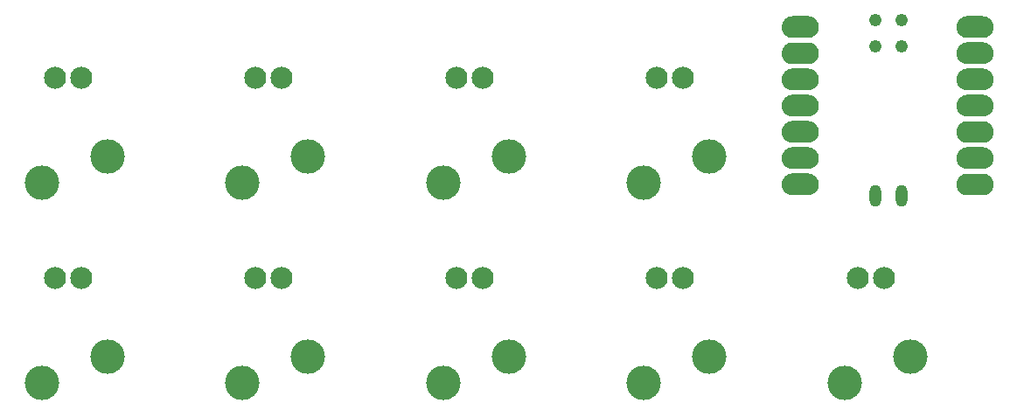
<source format=gts>
G04 Layer: TopSolderMaskLayer*
G04 EasyEDA v6.5.34, 2023-09-07 19:38:45*
G04 9ee9bf4eaa3c4749808be0ecbaf77966,1ae14fa7f5aa486887b2aa5280da83c0,10*
G04 Gerber Generator version 0.2*
G04 Scale: 100 percent, Rotated: No, Reflected: No *
G04 Dimensions in millimeters *
G04 leading zeros omitted , absolute positions ,4 integer and 5 decimal *
%FSLAX45Y45*%
%MOMM*%

%ADD10O,1.1176000000000001X2.1336*%
%ADD11C,1.2446*%
%ADD12C,2.1336*%
%ADD13C,3.3274*%

%LPD*%
D10*
G01*
X11704700Y8821839D03*
G01*
X11959691Y8821839D03*
D11*
G01*
X11704574Y10522242D03*
G01*
X11704574Y10268242D03*
G01*
X11958574Y10268242D03*
G01*
X11958574Y10522242D03*
G36*
X12596875Y10348468D02*
G01*
X12591795Y10348721D01*
X12591541Y10348721D01*
X12586715Y10348976D01*
X12586461Y10349229D01*
X12581381Y10349737D01*
X12581127Y10349737D01*
X12576302Y10350754D01*
X12576047Y10350754D01*
X12571222Y10351770D01*
X12570968Y10351770D01*
X12566141Y10353294D01*
X12565888Y10353294D01*
X12561061Y10354818D01*
X12561061Y10355071D01*
X12556236Y10356850D01*
X12555981Y10356850D01*
X12551409Y10358881D01*
X12551409Y10359136D01*
X12546838Y10361421D01*
X12546584Y10361421D01*
X12542265Y10363962D01*
X12542011Y10363962D01*
X12537947Y10366755D01*
X12537693Y10367010D01*
X12533629Y10369804D01*
X12533375Y10370058D01*
X12529565Y10373105D01*
X12529311Y10373360D01*
X12525756Y10376408D01*
X12521691Y10380471D01*
X12518390Y10384028D01*
X12518136Y10384281D01*
X12514834Y10388092D01*
X12514834Y10388345D01*
X12511786Y10392155D01*
X12511531Y10392410D01*
X12508738Y10396474D01*
X12508738Y10396728D01*
X12506197Y10401045D01*
X12505943Y10401300D01*
X12503658Y10405618D01*
X12503404Y10405871D01*
X12501372Y10410189D01*
X12501118Y10410444D01*
X12499340Y10415015D01*
X12499086Y10415270D01*
X12497561Y10420095D01*
X12497308Y10420350D01*
X12496038Y10424921D01*
X12495784Y10425176D01*
X12494513Y10430002D01*
X12494513Y10430255D01*
X12493497Y10435336D01*
X12493497Y10435589D01*
X12492736Y10440415D01*
X12492736Y10440670D01*
X12492227Y10445750D01*
X12492227Y10446004D01*
X12491974Y10450829D01*
X12491974Y10456418D01*
X12492227Y10461244D01*
X12492227Y10461497D01*
X12492736Y10466578D01*
X12492736Y10466831D01*
X12493497Y10471658D01*
X12493497Y10471912D01*
X12494513Y10476737D01*
X12494513Y10476992D01*
X12495784Y10481818D01*
X12496038Y10482071D01*
X12497308Y10486897D01*
X12497561Y10487152D01*
X12499086Y10491978D01*
X12499340Y10491978D01*
X12501118Y10496804D01*
X12501372Y10496804D01*
X12503404Y10501376D01*
X12503658Y10501629D01*
X12505943Y10505947D01*
X12506197Y10506202D01*
X12508738Y10510520D01*
X12508738Y10510774D01*
X12511531Y10514837D01*
X12511786Y10515092D01*
X12514834Y10518902D01*
X12514834Y10519155D01*
X12518136Y10522965D01*
X12518390Y10523220D01*
X12521691Y10526776D01*
X12525502Y10530586D01*
X12525756Y10530586D01*
X12529311Y10533887D01*
X12529565Y10534142D01*
X12533375Y10537189D01*
X12533629Y10537444D01*
X12537693Y10540237D01*
X12537947Y10540492D01*
X12542011Y10543286D01*
X12542265Y10543286D01*
X12546584Y10545826D01*
X12546838Y10545826D01*
X12551409Y10548112D01*
X12551409Y10548365D01*
X12555981Y10550397D01*
X12556236Y10550397D01*
X12561061Y10552176D01*
X12561061Y10552429D01*
X12565888Y10553954D01*
X12566141Y10553954D01*
X12570968Y10555478D01*
X12571222Y10555478D01*
X12576047Y10556494D01*
X12576302Y10556494D01*
X12581127Y10557510D01*
X12581381Y10557510D01*
X12586461Y10558018D01*
X12586715Y10558018D01*
X12591541Y10558526D01*
X12752577Y10558526D01*
X12757404Y10558018D01*
X12757658Y10558018D01*
X12762738Y10557510D01*
X12762991Y10557510D01*
X12767818Y10556494D01*
X12768072Y10556494D01*
X12772897Y10555478D01*
X12773152Y10555478D01*
X12777977Y10553954D01*
X12778231Y10553954D01*
X12782804Y10552429D01*
X12783058Y10552176D01*
X12787884Y10550397D01*
X12792456Y10548365D01*
X12792709Y10548112D01*
X12797281Y10545826D01*
X12797536Y10545826D01*
X12801854Y10543286D01*
X12806172Y10540492D01*
X12806425Y10540237D01*
X12810490Y10537444D01*
X12810490Y10537189D01*
X12814554Y10534142D01*
X12814808Y10533887D01*
X12818363Y10530586D01*
X12818618Y10530586D01*
X12822427Y10526776D01*
X12825729Y10523220D01*
X12825984Y10522965D01*
X12829031Y10519155D01*
X12829286Y10518902D01*
X12832334Y10515092D01*
X12832334Y10514837D01*
X12835127Y10510774D01*
X12835381Y10510520D01*
X12837922Y10506202D01*
X12838175Y10505947D01*
X12840461Y10501629D01*
X12840715Y10501376D01*
X12842747Y10496804D01*
X12843002Y10496804D01*
X12846558Y10487152D01*
X12846811Y10486897D01*
X12848081Y10482071D01*
X12848336Y10481818D01*
X12849352Y10476992D01*
X12849606Y10476737D01*
X12850622Y10471912D01*
X12850622Y10471658D01*
X12851384Y10466831D01*
X12851384Y10466578D01*
X12851891Y10461497D01*
X12851891Y10461244D01*
X12852145Y10456418D01*
X12852145Y10450829D01*
X12851891Y10446004D01*
X12851891Y10445750D01*
X12851384Y10440670D01*
X12851384Y10440415D01*
X12850622Y10435589D01*
X12850622Y10435336D01*
X12849606Y10430255D01*
X12849352Y10430002D01*
X12848336Y10425176D01*
X12848081Y10424921D01*
X12846811Y10420350D01*
X12846558Y10420095D01*
X12844779Y10415270D01*
X12844779Y10415015D01*
X12843002Y10410444D01*
X12842747Y10410189D01*
X12840715Y10405871D01*
X12840461Y10405618D01*
X12838175Y10401300D01*
X12837922Y10401045D01*
X12835381Y10396728D01*
X12835127Y10396474D01*
X12832334Y10392410D01*
X12832334Y10392155D01*
X12829286Y10388345D01*
X12829031Y10388092D01*
X12825984Y10384281D01*
X12825729Y10384028D01*
X12822427Y10380471D01*
X12818363Y10376408D01*
X12814808Y10373360D01*
X12814554Y10373105D01*
X12810490Y10370058D01*
X12810490Y10369804D01*
X12806425Y10367010D01*
X12806172Y10366755D01*
X12801854Y10363962D01*
X12797536Y10361421D01*
X12797281Y10361421D01*
X12792709Y10359136D01*
X12792456Y10358881D01*
X12787884Y10356850D01*
X12783058Y10355071D01*
X12782804Y10354818D01*
X12778231Y10353294D01*
X12777977Y10353294D01*
X12773152Y10351770D01*
X12772897Y10351770D01*
X12768072Y10350754D01*
X12767818Y10350754D01*
X12762991Y10349737D01*
X12762738Y10349737D01*
X12757658Y10349229D01*
X12757404Y10348976D01*
X12752577Y10348721D01*
X12752324Y10348721D01*
X12747243Y10348468D01*
G37*
G36*
X10905236Y10348468D02*
G01*
X10900156Y10348721D01*
X10899902Y10348721D01*
X10895075Y10348976D01*
X10894822Y10349229D01*
X10889741Y10349737D01*
X10889488Y10349737D01*
X10884661Y10350754D01*
X10884408Y10350754D01*
X10879581Y10351770D01*
X10879327Y10351770D01*
X10874502Y10353294D01*
X10874247Y10353294D01*
X10869675Y10354818D01*
X10869422Y10355071D01*
X10864595Y10356850D01*
X10860024Y10358881D01*
X10859770Y10359136D01*
X10855197Y10361421D01*
X10854943Y10361421D01*
X10850625Y10363962D01*
X10846308Y10366755D01*
X10846054Y10367010D01*
X10841990Y10369804D01*
X10841990Y10370058D01*
X10837925Y10373105D01*
X10837672Y10373360D01*
X10834115Y10376408D01*
X10830052Y10380471D01*
X10826750Y10384028D01*
X10826495Y10384281D01*
X10823447Y10388092D01*
X10823193Y10388345D01*
X10820145Y10392155D01*
X10820145Y10392410D01*
X10817352Y10396474D01*
X10817097Y10396728D01*
X10814558Y10401045D01*
X10814304Y10401300D01*
X10812018Y10405618D01*
X10811763Y10405871D01*
X10809731Y10410189D01*
X10809477Y10410444D01*
X10807700Y10415015D01*
X10807700Y10415270D01*
X10805922Y10420095D01*
X10805668Y10420350D01*
X10804397Y10424921D01*
X10804143Y10425176D01*
X10803127Y10430002D01*
X10802874Y10430255D01*
X10801858Y10435336D01*
X10801858Y10435589D01*
X10801095Y10440415D01*
X10801095Y10440670D01*
X10800588Y10445750D01*
X10800588Y10446004D01*
X10800334Y10450829D01*
X10800334Y10456418D01*
X10800588Y10461244D01*
X10800588Y10461497D01*
X10801095Y10466578D01*
X10801095Y10466831D01*
X10801858Y10471658D01*
X10801858Y10471912D01*
X10802874Y10476737D01*
X10803127Y10476992D01*
X10804143Y10481818D01*
X10804397Y10482071D01*
X10805668Y10486897D01*
X10805922Y10487152D01*
X10809477Y10496804D01*
X10809731Y10496804D01*
X10811763Y10501376D01*
X10812018Y10501629D01*
X10814304Y10505947D01*
X10814558Y10506202D01*
X10817097Y10510520D01*
X10817352Y10510774D01*
X10820145Y10514837D01*
X10820145Y10515092D01*
X10823193Y10518902D01*
X10823447Y10519155D01*
X10826495Y10522965D01*
X10826750Y10523220D01*
X10830052Y10526776D01*
X10833861Y10530586D01*
X10834115Y10530586D01*
X10837672Y10533887D01*
X10837925Y10534142D01*
X10841990Y10537189D01*
X10841990Y10537444D01*
X10846054Y10540237D01*
X10846308Y10540492D01*
X10850625Y10543286D01*
X10854943Y10545826D01*
X10855197Y10545826D01*
X10859770Y10548112D01*
X10860024Y10548365D01*
X10864595Y10550397D01*
X10869422Y10552176D01*
X10869675Y10552429D01*
X10874247Y10553954D01*
X10874502Y10553954D01*
X10879327Y10555478D01*
X10879581Y10555478D01*
X10884408Y10556494D01*
X10884661Y10556494D01*
X10889488Y10557510D01*
X10889741Y10557510D01*
X10894822Y10558018D01*
X10895075Y10558018D01*
X10899902Y10558526D01*
X11060938Y10558526D01*
X11065763Y10558018D01*
X11066018Y10558018D01*
X11071097Y10557510D01*
X11071352Y10557510D01*
X11076177Y10556494D01*
X11076431Y10556494D01*
X11081258Y10555478D01*
X11081511Y10555478D01*
X11086338Y10553954D01*
X11086591Y10553954D01*
X11091418Y10552429D01*
X11091418Y10552176D01*
X11096243Y10550397D01*
X11096497Y10550397D01*
X11101070Y10548365D01*
X11101070Y10548112D01*
X11105641Y10545826D01*
X11105895Y10545826D01*
X11110213Y10543286D01*
X11110468Y10543286D01*
X11114531Y10540492D01*
X11114786Y10540237D01*
X11118850Y10537444D01*
X11119104Y10537189D01*
X11122913Y10534142D01*
X11123168Y10533887D01*
X11126724Y10530586D01*
X11126977Y10530586D01*
X11130788Y10526776D01*
X11134090Y10523220D01*
X11134343Y10522965D01*
X11137645Y10519155D01*
X11137645Y10518902D01*
X11140693Y10515092D01*
X11140947Y10514837D01*
X11143741Y10510774D01*
X11143741Y10510520D01*
X11146281Y10506202D01*
X11146536Y10505947D01*
X11148822Y10501629D01*
X11149075Y10501376D01*
X11151108Y10496804D01*
X11151361Y10496804D01*
X11153140Y10491978D01*
X11153393Y10491978D01*
X11154918Y10487152D01*
X11155172Y10486897D01*
X11156441Y10482071D01*
X11156695Y10481818D01*
X11157965Y10476992D01*
X11157965Y10476737D01*
X11158981Y10471912D01*
X11158981Y10471658D01*
X11159743Y10466831D01*
X11159743Y10466578D01*
X11160252Y10461497D01*
X11160252Y10461244D01*
X11160506Y10456418D01*
X11160506Y10450829D01*
X11160252Y10446004D01*
X11160252Y10445750D01*
X11159743Y10440670D01*
X11159743Y10440415D01*
X11158981Y10435589D01*
X11158981Y10435336D01*
X11157965Y10430255D01*
X11157965Y10430002D01*
X11156695Y10425176D01*
X11156441Y10424921D01*
X11155172Y10420350D01*
X11154918Y10420095D01*
X11153393Y10415270D01*
X11153140Y10415015D01*
X11151361Y10410444D01*
X11151108Y10410189D01*
X11149075Y10405871D01*
X11148822Y10405618D01*
X11146536Y10401300D01*
X11146281Y10401045D01*
X11143741Y10396728D01*
X11143741Y10396474D01*
X11140947Y10392410D01*
X11140693Y10392155D01*
X11137645Y10388345D01*
X11137645Y10388092D01*
X11134343Y10384281D01*
X11134090Y10384028D01*
X11130788Y10380471D01*
X11126724Y10376408D01*
X11123168Y10373360D01*
X11122913Y10373105D01*
X11119104Y10370058D01*
X11118850Y10369804D01*
X11114786Y10367010D01*
X11114531Y10366755D01*
X11110468Y10363962D01*
X11110213Y10363962D01*
X11105895Y10361421D01*
X11105641Y10361421D01*
X11101070Y10359136D01*
X11101070Y10358881D01*
X11096497Y10356850D01*
X11096243Y10356850D01*
X11091418Y10355071D01*
X11091418Y10354818D01*
X11086591Y10353294D01*
X11086338Y10353294D01*
X11081511Y10351770D01*
X11081258Y10351770D01*
X11076431Y10350754D01*
X11076177Y10350754D01*
X11071352Y10349737D01*
X11071097Y10349737D01*
X11066018Y10349229D01*
X11065763Y10348976D01*
X11060938Y10348721D01*
X11060684Y10348721D01*
X11055604Y10348468D01*
G37*
G36*
X10905236Y10093960D02*
G01*
X10900156Y10094213D01*
X10899902Y10094213D01*
X10895075Y10094468D01*
X10894822Y10094468D01*
X10889741Y10095229D01*
X10889488Y10095229D01*
X10884661Y10095992D01*
X10884408Y10095992D01*
X10879581Y10097262D01*
X10879327Y10097262D01*
X10874502Y10098531D01*
X10874247Y10098786D01*
X10869675Y10100310D01*
X10869422Y10100310D01*
X10864595Y10102087D01*
X10864341Y10102342D01*
X10860024Y10104374D01*
X10859770Y10104374D01*
X10855197Y10106660D01*
X10854943Y10106913D01*
X10850625Y10109454D01*
X10850372Y10109454D01*
X10846308Y10112247D01*
X10846054Y10112247D01*
X10841990Y10115295D01*
X10841736Y10115295D01*
X10837925Y10118597D01*
X10837672Y10118597D01*
X10834115Y10121900D01*
X10830306Y10125710D01*
X10830052Y10125710D01*
X10826750Y10129520D01*
X10826495Y10129774D01*
X10823447Y10133584D01*
X10823193Y10133584D01*
X10820145Y10137647D01*
X10819891Y10137902D01*
X10817097Y10141965D01*
X10817097Y10142220D01*
X10814558Y10146537D01*
X10814304Y10146537D01*
X10812018Y10151110D01*
X10811763Y10151110D01*
X10809731Y10155681D01*
X10809477Y10155936D01*
X10807700Y10160508D01*
X10807445Y10160762D01*
X10805922Y10165587D01*
X10805668Y10165587D01*
X10804397Y10170413D01*
X10804143Y10170668D01*
X10803127Y10175494D01*
X10802874Y10175747D01*
X10801858Y10180574D01*
X10801858Y10180828D01*
X10801095Y10185908D01*
X10801095Y10186162D01*
X10800588Y10190987D01*
X10800588Y10191242D01*
X10800334Y10196321D01*
X10800334Y10201655D01*
X10800588Y10206736D01*
X10800588Y10206989D01*
X10801095Y10212070D01*
X10801095Y10212324D01*
X10801858Y10217150D01*
X10801858Y10217404D01*
X10802874Y10222229D01*
X10803127Y10222484D01*
X10804143Y10227310D01*
X10804397Y10227563D01*
X10805668Y10232389D01*
X10805922Y10232644D01*
X10807445Y10237215D01*
X10807700Y10237470D01*
X10809477Y10242042D01*
X10809731Y10242295D01*
X10811763Y10246868D01*
X10812018Y10247121D01*
X10814304Y10251439D01*
X10814558Y10251694D01*
X10817097Y10256012D01*
X10819891Y10260329D01*
X10820145Y10260329D01*
X10823193Y10264394D01*
X10823447Y10264647D01*
X10826495Y10268458D01*
X10826750Y10268712D01*
X10830052Y10272268D01*
X10830306Y10272521D01*
X10833861Y10275824D01*
X10834115Y10276078D01*
X10837672Y10279379D01*
X10837925Y10279634D01*
X10841736Y10282681D01*
X10841990Y10282936D01*
X10846054Y10285729D01*
X10846308Y10285984D01*
X10850372Y10288524D01*
X10850625Y10288778D01*
X10854943Y10291318D01*
X10855197Y10291318D01*
X10859770Y10293604D01*
X10860024Y10293604D01*
X10864341Y10295889D01*
X10864595Y10295889D01*
X10869422Y10297668D01*
X10869675Y10297668D01*
X10874247Y10299445D01*
X10874502Y10299445D01*
X10879327Y10300715D01*
X10879581Y10300970D01*
X10884408Y10301986D01*
X10884661Y10301986D01*
X10889488Y10302747D01*
X10889741Y10303002D01*
X10894822Y10303510D01*
X10895075Y10303510D01*
X10899902Y10304018D01*
X11060938Y10304018D01*
X11065763Y10303510D01*
X11066018Y10303510D01*
X11071097Y10303002D01*
X11071352Y10302747D01*
X11076177Y10301986D01*
X11076431Y10301986D01*
X11081258Y10300970D01*
X11081511Y10300715D01*
X11086338Y10299445D01*
X11086591Y10299445D01*
X11091163Y10297668D01*
X11091418Y10297668D01*
X11096243Y10295889D01*
X11096497Y10295889D01*
X11100815Y10293604D01*
X11101070Y10293604D01*
X11105641Y10291318D01*
X11105895Y10291318D01*
X11110213Y10288778D01*
X11110468Y10288524D01*
X11114531Y10285984D01*
X11114786Y10285729D01*
X11118850Y10282936D01*
X11119104Y10282681D01*
X11122913Y10279634D01*
X11123168Y10279379D01*
X11126724Y10276078D01*
X11126977Y10275824D01*
X11130534Y10272521D01*
X11130788Y10272268D01*
X11134090Y10268712D01*
X11134343Y10268458D01*
X11137391Y10264647D01*
X11137645Y10264394D01*
X11140693Y10260329D01*
X11140947Y10260329D01*
X11143741Y10256012D01*
X11146281Y10251694D01*
X11146536Y10251439D01*
X11148822Y10247121D01*
X11149075Y10246868D01*
X11151108Y10242295D01*
X11151361Y10242042D01*
X11153140Y10237470D01*
X11153393Y10237215D01*
X11154918Y10232644D01*
X11155172Y10232389D01*
X11156441Y10227563D01*
X11156695Y10227310D01*
X11157965Y10222484D01*
X11157965Y10222229D01*
X11158981Y10217404D01*
X11158981Y10217150D01*
X11159743Y10212324D01*
X11159743Y10212070D01*
X11160252Y10206989D01*
X11160252Y10206736D01*
X11160506Y10201655D01*
X11160506Y10196321D01*
X11160252Y10191242D01*
X11160252Y10190987D01*
X11159743Y10186162D01*
X11159743Y10185908D01*
X11158981Y10180828D01*
X11158981Y10180574D01*
X11157965Y10175747D01*
X11157965Y10175494D01*
X11156695Y10170668D01*
X11156441Y10170413D01*
X11155172Y10165587D01*
X11154918Y10165587D01*
X11153393Y10160762D01*
X11153140Y10160508D01*
X11151361Y10155936D01*
X11151108Y10155681D01*
X11149075Y10151110D01*
X11148822Y10151110D01*
X11146536Y10146537D01*
X11146281Y10146537D01*
X11143741Y10142220D01*
X11143741Y10141965D01*
X11140947Y10137902D01*
X11140693Y10137647D01*
X11137645Y10133584D01*
X11137391Y10133584D01*
X11134343Y10129774D01*
X11134090Y10129520D01*
X11130788Y10125710D01*
X11130534Y10125710D01*
X11126724Y10121900D01*
X11123168Y10118597D01*
X11122913Y10118597D01*
X11119104Y10115295D01*
X11118850Y10115295D01*
X11114786Y10112247D01*
X11114531Y10112247D01*
X11110468Y10109454D01*
X11110213Y10109454D01*
X11105895Y10106913D01*
X11105641Y10106660D01*
X11101070Y10104374D01*
X11100815Y10104374D01*
X11096497Y10102342D01*
X11096243Y10102087D01*
X11091418Y10100310D01*
X11091163Y10100310D01*
X11086591Y10098786D01*
X11086338Y10098531D01*
X11081511Y10097262D01*
X11081258Y10097262D01*
X11076431Y10095992D01*
X11076177Y10095992D01*
X11071352Y10095229D01*
X11071097Y10095229D01*
X11066018Y10094468D01*
X11065763Y10094468D01*
X11060938Y10094213D01*
X11060684Y10094213D01*
X11055604Y10093960D01*
G37*
G36*
X10905236Y9840976D02*
G01*
X10900156Y9841229D01*
X10899902Y9841229D01*
X10895075Y9841484D01*
X10894822Y9841484D01*
X10889741Y9842245D01*
X10889488Y9842245D01*
X10884661Y9843008D01*
X10884408Y9843008D01*
X10879581Y9844278D01*
X10879327Y9844278D01*
X10874502Y9845547D01*
X10874247Y9845802D01*
X10869675Y9847326D01*
X10869422Y9847326D01*
X10864595Y9849104D01*
X10864341Y9849358D01*
X10860024Y9851389D01*
X10859770Y9851389D01*
X10855197Y9853676D01*
X10854943Y9853929D01*
X10850625Y9856470D01*
X10850372Y9856470D01*
X10846308Y9859263D01*
X10846054Y9859263D01*
X10841990Y9862312D01*
X10841736Y9862312D01*
X10837925Y9865613D01*
X10837672Y9865613D01*
X10834115Y9868915D01*
X10830306Y9872726D01*
X10830052Y9872726D01*
X10826750Y9876536D01*
X10826495Y9876536D01*
X10823447Y9880345D01*
X10823193Y9880600D01*
X10820145Y9884663D01*
X10819891Y9884918D01*
X10817097Y9888981D01*
X10817097Y9889236D01*
X10814558Y9893300D01*
X10814304Y9893554D01*
X10812018Y9898126D01*
X10811763Y9898126D01*
X10809731Y9902697D01*
X10809477Y9902952D01*
X10807700Y9907524D01*
X10807445Y9907778D01*
X10805922Y9912350D01*
X10805668Y9912604D01*
X10804397Y9917429D01*
X10804143Y9917684D01*
X10803127Y9922510D01*
X10802874Y9922763D01*
X10801858Y9927589D01*
X10801858Y9927844D01*
X10801095Y9932924D01*
X10801095Y9933178D01*
X10800588Y9938004D01*
X10800588Y9938258D01*
X10800334Y9943337D01*
X10800334Y9948671D01*
X10800588Y9953752D01*
X10800588Y9954005D01*
X10801095Y9959086D01*
X10801095Y9959339D01*
X10801858Y9964165D01*
X10801858Y9964420D01*
X10802874Y9969245D01*
X10803127Y9969500D01*
X10804143Y9974326D01*
X10804397Y9974579D01*
X10805668Y9979405D01*
X10805922Y9979660D01*
X10807445Y9984231D01*
X10807700Y9984486D01*
X10809477Y9989058D01*
X10809731Y9989312D01*
X10811763Y9993884D01*
X10812018Y9994137D01*
X10814304Y9998455D01*
X10814558Y9998710D01*
X10817097Y10003028D01*
X10819891Y10007345D01*
X10820145Y10007345D01*
X10823193Y10011410D01*
X10823447Y10011663D01*
X10826495Y10015474D01*
X10826750Y10015728D01*
X10830052Y10019284D01*
X10830306Y10019537D01*
X10833861Y10022839D01*
X10834115Y10023094D01*
X10837672Y10026395D01*
X10837925Y10026650D01*
X10841736Y10029697D01*
X10841990Y10029952D01*
X10846054Y10032745D01*
X10846308Y10033000D01*
X10850372Y10035539D01*
X10850625Y10035794D01*
X10854943Y10038334D01*
X10855197Y10038334D01*
X10859770Y10040620D01*
X10860024Y10040620D01*
X10864341Y10042652D01*
X10864595Y10042905D01*
X10869422Y10044684D01*
X10869675Y10044684D01*
X10874247Y10046462D01*
X10874502Y10046462D01*
X10879327Y10047731D01*
X10879581Y10047731D01*
X10884408Y10049002D01*
X10884661Y10049002D01*
X10889488Y10049763D01*
X10889741Y10050018D01*
X10894822Y10050526D01*
X10895075Y10050526D01*
X10899902Y10051034D01*
X11060938Y10051034D01*
X11065763Y10050526D01*
X11066018Y10050526D01*
X11071097Y10050018D01*
X11071352Y10049763D01*
X11076177Y10049002D01*
X11076431Y10049002D01*
X11081258Y10047731D01*
X11081511Y10047731D01*
X11086338Y10046462D01*
X11086591Y10046462D01*
X11091163Y10044684D01*
X11091418Y10044684D01*
X11096243Y10042905D01*
X11096497Y10042652D01*
X11100815Y10040620D01*
X11101070Y10040620D01*
X11105641Y10038334D01*
X11105895Y10038334D01*
X11110213Y10035794D01*
X11110468Y10035539D01*
X11114531Y10033000D01*
X11114786Y10032745D01*
X11118850Y10029952D01*
X11119104Y10029697D01*
X11122913Y10026650D01*
X11123168Y10026395D01*
X11126724Y10023094D01*
X11126977Y10022839D01*
X11130534Y10019537D01*
X11130788Y10019284D01*
X11134090Y10015728D01*
X11134343Y10015474D01*
X11137391Y10011663D01*
X11137645Y10011410D01*
X11140693Y10007345D01*
X11143741Y10003028D01*
X11146281Y9998710D01*
X11146536Y9998455D01*
X11148822Y9994137D01*
X11149075Y9993884D01*
X11151108Y9989312D01*
X11151361Y9989058D01*
X11153140Y9984486D01*
X11153393Y9984231D01*
X11154918Y9979660D01*
X11155172Y9979405D01*
X11156441Y9974579D01*
X11156695Y9974326D01*
X11157711Y9969500D01*
X11157965Y9969245D01*
X11158981Y9964420D01*
X11158981Y9964165D01*
X11159743Y9959339D01*
X11159743Y9959086D01*
X11160252Y9954005D01*
X11160252Y9953752D01*
X11160506Y9948671D01*
X11160506Y9943337D01*
X11160252Y9938258D01*
X11160252Y9938004D01*
X11159743Y9933178D01*
X11159743Y9932924D01*
X11158981Y9927844D01*
X11158981Y9927589D01*
X11157965Y9922763D01*
X11157711Y9922510D01*
X11156695Y9917684D01*
X11156441Y9917429D01*
X11155172Y9912604D01*
X11154918Y9912350D01*
X11153393Y9907778D01*
X11153140Y9907524D01*
X11151361Y9902952D01*
X11151108Y9902697D01*
X11149075Y9898126D01*
X11148822Y9898126D01*
X11146536Y9893554D01*
X11146281Y9893300D01*
X11143741Y9889236D01*
X11143741Y9888981D01*
X11140693Y9884918D01*
X11140693Y9884663D01*
X11137645Y9880600D01*
X11137391Y9880345D01*
X11134343Y9876536D01*
X11134090Y9876536D01*
X11130788Y9872726D01*
X11130534Y9872726D01*
X11126724Y9868915D01*
X11123168Y9865613D01*
X11122913Y9865613D01*
X11119104Y9862312D01*
X11118850Y9862312D01*
X11114786Y9859263D01*
X11114531Y9859263D01*
X11110468Y9856470D01*
X11110213Y9856470D01*
X11105895Y9853929D01*
X11105641Y9853676D01*
X11101070Y9851389D01*
X11100815Y9851389D01*
X11096497Y9849358D01*
X11096243Y9849104D01*
X11091418Y9847326D01*
X11091163Y9847326D01*
X11086591Y9845802D01*
X11086338Y9845547D01*
X11081511Y9844278D01*
X11081258Y9844278D01*
X11076431Y9843008D01*
X11076177Y9843008D01*
X11071352Y9842245D01*
X11071097Y9842245D01*
X11066018Y9841484D01*
X11065763Y9841484D01*
X11060938Y9841229D01*
X11060684Y9841229D01*
X11055604Y9840976D01*
G37*
G36*
X10905236Y9586976D02*
G01*
X10900156Y9587229D01*
X10899902Y9587229D01*
X10895075Y9587484D01*
X10894822Y9587484D01*
X10889741Y9588245D01*
X10889488Y9588245D01*
X10884661Y9589008D01*
X10884408Y9589008D01*
X10879581Y9590278D01*
X10879327Y9590278D01*
X10874502Y9591547D01*
X10874247Y9591802D01*
X10869675Y9593326D01*
X10869422Y9593326D01*
X10864595Y9595104D01*
X10864341Y9595358D01*
X10860024Y9597389D01*
X10859770Y9597389D01*
X10855197Y9599676D01*
X10854943Y9599929D01*
X10850625Y9602470D01*
X10850372Y9602470D01*
X10846308Y9605263D01*
X10846054Y9605263D01*
X10841990Y9608312D01*
X10841736Y9608312D01*
X10837925Y9611613D01*
X10837672Y9611613D01*
X10834115Y9614915D01*
X10830306Y9618726D01*
X10830052Y9618726D01*
X10826750Y9622536D01*
X10826495Y9622536D01*
X10823447Y9626345D01*
X10823193Y9626600D01*
X10820145Y9630663D01*
X10819891Y9630918D01*
X10817097Y9634981D01*
X10817097Y9635236D01*
X10814558Y9639300D01*
X10814304Y9639554D01*
X10812018Y9644126D01*
X10811763Y9644126D01*
X10809731Y9648697D01*
X10809477Y9648952D01*
X10807700Y9653524D01*
X10807445Y9653778D01*
X10805922Y9658350D01*
X10805668Y9658604D01*
X10804397Y9663429D01*
X10804143Y9663684D01*
X10803127Y9668510D01*
X10802874Y9668763D01*
X10801858Y9673589D01*
X10801858Y9673844D01*
X10801095Y9678924D01*
X10801095Y9679178D01*
X10800588Y9684004D01*
X10800588Y9684258D01*
X10800334Y9689337D01*
X10800334Y9694671D01*
X10800588Y9699752D01*
X10800588Y9700005D01*
X10801095Y9705086D01*
X10801095Y9705339D01*
X10801858Y9710165D01*
X10801858Y9710420D01*
X10802874Y9715245D01*
X10803127Y9715500D01*
X10804143Y9720326D01*
X10804397Y9720579D01*
X10805668Y9725405D01*
X10805922Y9725660D01*
X10807445Y9730231D01*
X10807700Y9730486D01*
X10809477Y9735058D01*
X10809731Y9735312D01*
X10811763Y9739884D01*
X10812018Y9740137D01*
X10814304Y9744455D01*
X10814558Y9744710D01*
X10817097Y9749028D01*
X10819891Y9753345D01*
X10820145Y9753345D01*
X10823193Y9757410D01*
X10823447Y9757663D01*
X10826495Y9761474D01*
X10826750Y9761728D01*
X10830052Y9765284D01*
X10830306Y9765537D01*
X10833861Y9768839D01*
X10834115Y9769094D01*
X10837672Y9772395D01*
X10837925Y9772650D01*
X10841736Y9775697D01*
X10841990Y9775952D01*
X10846054Y9778745D01*
X10846308Y9779000D01*
X10850372Y9781539D01*
X10850625Y9781794D01*
X10854943Y9784334D01*
X10855197Y9784334D01*
X10859770Y9786620D01*
X10860024Y9786620D01*
X10864341Y9788652D01*
X10864595Y9788905D01*
X10869422Y9790684D01*
X10869675Y9790684D01*
X10874247Y9792462D01*
X10874502Y9792462D01*
X10879327Y9793731D01*
X10879581Y9793731D01*
X10884408Y9795002D01*
X10884661Y9795002D01*
X10889488Y9795763D01*
X10889741Y9796018D01*
X10894822Y9796526D01*
X10895075Y9796526D01*
X10899902Y9797034D01*
X11060938Y9797034D01*
X11065763Y9796526D01*
X11066018Y9796526D01*
X11071097Y9796018D01*
X11071352Y9795763D01*
X11076177Y9795002D01*
X11076431Y9795002D01*
X11081258Y9793731D01*
X11081511Y9793731D01*
X11086338Y9792462D01*
X11086591Y9792462D01*
X11091163Y9790684D01*
X11091418Y9790684D01*
X11096243Y9788905D01*
X11096497Y9788652D01*
X11100815Y9786620D01*
X11101070Y9786620D01*
X11105641Y9784334D01*
X11105895Y9784334D01*
X11110213Y9781794D01*
X11110468Y9781539D01*
X11114531Y9779000D01*
X11114786Y9778745D01*
X11118850Y9775952D01*
X11119104Y9775697D01*
X11122913Y9772650D01*
X11123168Y9772395D01*
X11126724Y9769094D01*
X11126977Y9768839D01*
X11130534Y9765537D01*
X11130788Y9765284D01*
X11134090Y9761728D01*
X11134343Y9761474D01*
X11137391Y9757663D01*
X11137645Y9757410D01*
X11140693Y9753345D01*
X11143741Y9749028D01*
X11146281Y9744710D01*
X11146536Y9744455D01*
X11148822Y9740137D01*
X11149075Y9739884D01*
X11151108Y9735312D01*
X11151361Y9735058D01*
X11153140Y9730486D01*
X11153393Y9730231D01*
X11154918Y9725660D01*
X11155172Y9725405D01*
X11156441Y9720579D01*
X11156695Y9720326D01*
X11157965Y9715500D01*
X11157965Y9715245D01*
X11158981Y9710420D01*
X11158981Y9710165D01*
X11159743Y9705339D01*
X11159743Y9705086D01*
X11160252Y9700005D01*
X11160252Y9699752D01*
X11160506Y9694671D01*
X11160506Y9689337D01*
X11160252Y9684258D01*
X11160252Y9684004D01*
X11159743Y9679178D01*
X11159743Y9678924D01*
X11158981Y9673844D01*
X11158981Y9673589D01*
X11157965Y9668763D01*
X11157965Y9668510D01*
X11156695Y9663684D01*
X11156441Y9663429D01*
X11155172Y9658604D01*
X11154918Y9658350D01*
X11153393Y9653778D01*
X11153140Y9653524D01*
X11151361Y9648952D01*
X11151108Y9648697D01*
X11149075Y9644126D01*
X11148822Y9644126D01*
X11146536Y9639554D01*
X11146281Y9639300D01*
X11143741Y9635236D01*
X11143741Y9634981D01*
X11140693Y9630918D01*
X11140693Y9630663D01*
X11137645Y9626600D01*
X11137391Y9626345D01*
X11134343Y9622536D01*
X11134090Y9622536D01*
X11130788Y9618726D01*
X11130534Y9618726D01*
X11126724Y9614915D01*
X11123168Y9611613D01*
X11122913Y9611613D01*
X11119104Y9608312D01*
X11118850Y9608312D01*
X11114786Y9605263D01*
X11114531Y9605263D01*
X11110468Y9602470D01*
X11110213Y9602470D01*
X11105895Y9599929D01*
X11105641Y9599676D01*
X11101070Y9597389D01*
X11100815Y9597389D01*
X11096497Y9595358D01*
X11096243Y9595104D01*
X11091418Y9593326D01*
X11091163Y9593326D01*
X11086591Y9591802D01*
X11086338Y9591547D01*
X11081511Y9590278D01*
X11081258Y9590278D01*
X11076431Y9589008D01*
X11076177Y9589008D01*
X11071352Y9588245D01*
X11071097Y9588245D01*
X11066018Y9587484D01*
X11065763Y9587484D01*
X11060938Y9587229D01*
X11060684Y9587229D01*
X11055604Y9586976D01*
G37*
G36*
X10905236Y9332976D02*
G01*
X10900156Y9333229D01*
X10899902Y9333229D01*
X10895075Y9333484D01*
X10894822Y9333484D01*
X10889741Y9334245D01*
X10889488Y9334245D01*
X10884661Y9335008D01*
X10884408Y9335008D01*
X10879581Y9336278D01*
X10879327Y9336278D01*
X10874502Y9337547D01*
X10874247Y9337802D01*
X10869675Y9339326D01*
X10869422Y9339326D01*
X10864595Y9341104D01*
X10864341Y9341358D01*
X10860024Y9343389D01*
X10859770Y9343389D01*
X10855197Y9345676D01*
X10854943Y9345929D01*
X10850625Y9348470D01*
X10850372Y9348470D01*
X10846308Y9351263D01*
X10846054Y9351263D01*
X10841990Y9354312D01*
X10841736Y9354312D01*
X10837925Y9357613D01*
X10837672Y9357613D01*
X10834115Y9360915D01*
X10830306Y9364726D01*
X10830052Y9364726D01*
X10826750Y9368536D01*
X10826495Y9368536D01*
X10823447Y9372345D01*
X10823193Y9372600D01*
X10820145Y9376663D01*
X10819891Y9376918D01*
X10817097Y9380981D01*
X10817097Y9381236D01*
X10814558Y9385300D01*
X10814304Y9385554D01*
X10812018Y9390126D01*
X10811763Y9390126D01*
X10809731Y9394697D01*
X10809477Y9394952D01*
X10807700Y9399524D01*
X10807445Y9399778D01*
X10805922Y9404350D01*
X10805668Y9404604D01*
X10804397Y9409429D01*
X10804143Y9409684D01*
X10802874Y9414510D01*
X10802874Y9414763D01*
X10801858Y9419589D01*
X10801858Y9419844D01*
X10801095Y9424924D01*
X10801095Y9425178D01*
X10800588Y9430004D01*
X10800588Y9430258D01*
X10800334Y9435337D01*
X10800334Y9440671D01*
X10800588Y9445752D01*
X10800588Y9446005D01*
X10801095Y9451086D01*
X10801095Y9451339D01*
X10801858Y9456165D01*
X10801858Y9456420D01*
X10802874Y9461245D01*
X10802874Y9461500D01*
X10804143Y9466326D01*
X10804397Y9466579D01*
X10805668Y9471405D01*
X10805922Y9471660D01*
X10807445Y9476231D01*
X10807700Y9476486D01*
X10809477Y9481058D01*
X10809731Y9481312D01*
X10811763Y9485884D01*
X10812018Y9486137D01*
X10814304Y9490455D01*
X10814558Y9490710D01*
X10817097Y9495028D01*
X10819891Y9499345D01*
X10820145Y9499345D01*
X10823193Y9503410D01*
X10823447Y9503663D01*
X10826495Y9507474D01*
X10826750Y9507728D01*
X10830052Y9511284D01*
X10830306Y9511537D01*
X10833861Y9514839D01*
X10834115Y9515094D01*
X10837672Y9518395D01*
X10837925Y9518650D01*
X10841736Y9521697D01*
X10841990Y9521952D01*
X10846054Y9524745D01*
X10846308Y9525000D01*
X10850372Y9527539D01*
X10850625Y9527794D01*
X10854943Y9530334D01*
X10855197Y9530334D01*
X10859770Y9532620D01*
X10860024Y9532620D01*
X10864341Y9534652D01*
X10864595Y9534905D01*
X10869422Y9536684D01*
X10869675Y9536684D01*
X10874247Y9538462D01*
X10874502Y9538462D01*
X10879327Y9539731D01*
X10879581Y9539731D01*
X10884408Y9541002D01*
X10884661Y9541002D01*
X10889488Y9541763D01*
X10889741Y9542018D01*
X10894822Y9542526D01*
X10895075Y9542526D01*
X10899902Y9543034D01*
X11060938Y9543034D01*
X11065763Y9542526D01*
X11066018Y9542526D01*
X11071097Y9542018D01*
X11071352Y9541763D01*
X11076177Y9541002D01*
X11076431Y9541002D01*
X11081258Y9539731D01*
X11081511Y9539731D01*
X11086338Y9538462D01*
X11086591Y9538462D01*
X11091163Y9536684D01*
X11091418Y9536684D01*
X11096243Y9534905D01*
X11096497Y9534652D01*
X11100815Y9532620D01*
X11101070Y9532620D01*
X11105641Y9530334D01*
X11105895Y9530334D01*
X11110213Y9527794D01*
X11110468Y9527539D01*
X11114531Y9525000D01*
X11114786Y9524745D01*
X11118850Y9521952D01*
X11119104Y9521697D01*
X11122913Y9518650D01*
X11123168Y9518395D01*
X11126724Y9515094D01*
X11126977Y9514839D01*
X11130534Y9511537D01*
X11130788Y9511284D01*
X11134090Y9507728D01*
X11134343Y9507474D01*
X11137391Y9503663D01*
X11137645Y9503410D01*
X11140693Y9499345D01*
X11143741Y9495028D01*
X11146281Y9490710D01*
X11146536Y9490455D01*
X11148822Y9486137D01*
X11149075Y9485884D01*
X11151108Y9481312D01*
X11151361Y9481058D01*
X11153140Y9476486D01*
X11153393Y9476231D01*
X11154918Y9471660D01*
X11155172Y9471405D01*
X11156441Y9466579D01*
X11156695Y9466326D01*
X11157711Y9461500D01*
X11157965Y9461245D01*
X11158981Y9456420D01*
X11158981Y9456165D01*
X11159743Y9451339D01*
X11159743Y9451086D01*
X11160252Y9446005D01*
X11160252Y9445752D01*
X11160506Y9440671D01*
X11160506Y9435337D01*
X11160252Y9430258D01*
X11160252Y9430004D01*
X11159743Y9425178D01*
X11159743Y9424924D01*
X11158981Y9419844D01*
X11158981Y9419589D01*
X11157965Y9414763D01*
X11157711Y9414510D01*
X11156695Y9409684D01*
X11156441Y9409429D01*
X11155172Y9404604D01*
X11154918Y9404350D01*
X11153393Y9399778D01*
X11153140Y9399524D01*
X11151361Y9394952D01*
X11151108Y9394697D01*
X11149075Y9390126D01*
X11148822Y9390126D01*
X11146536Y9385554D01*
X11146281Y9385300D01*
X11143741Y9381236D01*
X11143741Y9380981D01*
X11140693Y9376918D01*
X11140693Y9376663D01*
X11137645Y9372600D01*
X11137391Y9372345D01*
X11134343Y9368536D01*
X11134090Y9368536D01*
X11130788Y9364726D01*
X11130534Y9364726D01*
X11126724Y9360915D01*
X11123168Y9357613D01*
X11122913Y9357613D01*
X11119104Y9354312D01*
X11118850Y9354312D01*
X11114786Y9351263D01*
X11114531Y9351263D01*
X11110468Y9348470D01*
X11110213Y9348470D01*
X11105895Y9345929D01*
X11105641Y9345676D01*
X11101070Y9343389D01*
X11100815Y9343389D01*
X11096497Y9341358D01*
X11096243Y9341104D01*
X11091418Y9339326D01*
X11091163Y9339326D01*
X11086591Y9337802D01*
X11086338Y9337547D01*
X11081511Y9336278D01*
X11081258Y9336278D01*
X11076431Y9335008D01*
X11076177Y9335008D01*
X11071352Y9334245D01*
X11071097Y9334245D01*
X11066018Y9333484D01*
X11065763Y9333484D01*
X11060938Y9333229D01*
X11060684Y9333229D01*
X11055604Y9332976D01*
G37*
G36*
X10905236Y9078976D02*
G01*
X10900156Y9079229D01*
X10899902Y9079229D01*
X10895075Y9079484D01*
X10894822Y9079484D01*
X10889741Y9080245D01*
X10889488Y9080245D01*
X10884661Y9081008D01*
X10884408Y9081008D01*
X10879581Y9082278D01*
X10879327Y9082278D01*
X10874502Y9083547D01*
X10874247Y9083802D01*
X10869675Y9085326D01*
X10869422Y9085326D01*
X10864595Y9087104D01*
X10864341Y9087358D01*
X10860024Y9089389D01*
X10859770Y9089389D01*
X10855197Y9091676D01*
X10854943Y9091929D01*
X10850625Y9094470D01*
X10850372Y9094470D01*
X10846308Y9097263D01*
X10846054Y9097263D01*
X10841990Y9100312D01*
X10841736Y9100312D01*
X10837925Y9103613D01*
X10837672Y9103613D01*
X10834115Y9106915D01*
X10830306Y9110726D01*
X10830052Y9110726D01*
X10826750Y9114536D01*
X10826495Y9114536D01*
X10823447Y9118345D01*
X10823193Y9118600D01*
X10820145Y9122663D01*
X10819891Y9122918D01*
X10817097Y9126981D01*
X10817097Y9127236D01*
X10814558Y9131300D01*
X10814304Y9131554D01*
X10812018Y9136126D01*
X10811763Y9136126D01*
X10809731Y9140697D01*
X10809477Y9140952D01*
X10807700Y9145524D01*
X10807445Y9145778D01*
X10805922Y9150350D01*
X10805668Y9150604D01*
X10804397Y9155429D01*
X10804143Y9155684D01*
X10803127Y9160510D01*
X10802874Y9160763D01*
X10801858Y9165589D01*
X10801858Y9165844D01*
X10801095Y9170924D01*
X10801095Y9171178D01*
X10800588Y9176004D01*
X10800588Y9176258D01*
X10800334Y9181337D01*
X10800334Y9186671D01*
X10800588Y9191752D01*
X10800588Y9192005D01*
X10801095Y9197086D01*
X10801095Y9197339D01*
X10801858Y9202165D01*
X10801858Y9202420D01*
X10802874Y9207245D01*
X10803127Y9207500D01*
X10804143Y9212326D01*
X10804397Y9212579D01*
X10805668Y9217405D01*
X10805922Y9217660D01*
X10807445Y9222231D01*
X10807700Y9222486D01*
X10809477Y9227058D01*
X10809731Y9227312D01*
X10811763Y9231884D01*
X10812018Y9232137D01*
X10814304Y9236455D01*
X10814558Y9236710D01*
X10817097Y9241028D01*
X10819891Y9245345D01*
X10820145Y9245345D01*
X10823193Y9249410D01*
X10823447Y9249663D01*
X10826495Y9253474D01*
X10826750Y9253728D01*
X10830052Y9257284D01*
X10830306Y9257537D01*
X10833861Y9260839D01*
X10834115Y9261094D01*
X10837672Y9264395D01*
X10837925Y9264650D01*
X10841736Y9267697D01*
X10841990Y9267952D01*
X10846054Y9270745D01*
X10846308Y9271000D01*
X10850372Y9273539D01*
X10850625Y9273794D01*
X10854943Y9276334D01*
X10855197Y9276334D01*
X10859770Y9278620D01*
X10860024Y9278620D01*
X10864341Y9280652D01*
X10864595Y9280905D01*
X10869422Y9282684D01*
X10869675Y9282684D01*
X10874247Y9284462D01*
X10874502Y9284462D01*
X10879327Y9285731D01*
X10879581Y9285731D01*
X10884408Y9287002D01*
X10884661Y9287002D01*
X10889488Y9287763D01*
X10889741Y9288018D01*
X10894822Y9288526D01*
X10895075Y9288526D01*
X10899902Y9289034D01*
X11060938Y9289034D01*
X11065763Y9288526D01*
X11066018Y9288526D01*
X11071097Y9288018D01*
X11071352Y9287763D01*
X11076177Y9287002D01*
X11076431Y9287002D01*
X11081258Y9285731D01*
X11081511Y9285731D01*
X11086338Y9284462D01*
X11086591Y9284462D01*
X11091163Y9282684D01*
X11091418Y9282684D01*
X11096243Y9280905D01*
X11096497Y9280652D01*
X11100815Y9278620D01*
X11101070Y9278620D01*
X11105641Y9276334D01*
X11105895Y9276334D01*
X11110213Y9273794D01*
X11110213Y9273539D01*
X11114531Y9271000D01*
X11114786Y9270745D01*
X11118850Y9267952D01*
X11119104Y9267697D01*
X11122913Y9264650D01*
X11123168Y9264395D01*
X11126724Y9261094D01*
X11126977Y9260839D01*
X11130534Y9257537D01*
X11130788Y9257284D01*
X11134090Y9253728D01*
X11134343Y9253474D01*
X11137391Y9249663D01*
X11137645Y9249410D01*
X11140693Y9245345D01*
X11143741Y9241028D01*
X11146281Y9236710D01*
X11146536Y9236455D01*
X11148822Y9232137D01*
X11149075Y9231884D01*
X11151108Y9227312D01*
X11151361Y9227058D01*
X11153140Y9222486D01*
X11153393Y9222231D01*
X11154918Y9217660D01*
X11155172Y9217405D01*
X11156441Y9212579D01*
X11156695Y9212326D01*
X11157711Y9207500D01*
X11157965Y9207245D01*
X11158981Y9202420D01*
X11158981Y9202165D01*
X11159743Y9197339D01*
X11159743Y9196831D01*
X11160252Y9192005D01*
X11160252Y9191752D01*
X11160506Y9186671D01*
X11160506Y9181337D01*
X11160252Y9176258D01*
X11160252Y9176004D01*
X11159743Y9171178D01*
X11159743Y9170924D01*
X11158981Y9165844D01*
X11158981Y9165589D01*
X11157965Y9160763D01*
X11157711Y9160510D01*
X11156695Y9155684D01*
X11156441Y9155429D01*
X11155172Y9150604D01*
X11154918Y9150350D01*
X11153393Y9145778D01*
X11153140Y9145524D01*
X11151361Y9140952D01*
X11151108Y9140697D01*
X11149075Y9136126D01*
X11148822Y9136126D01*
X11146536Y9131554D01*
X11146281Y9131300D01*
X11143741Y9127236D01*
X11143741Y9126981D01*
X11140693Y9122918D01*
X11140693Y9122663D01*
X11137645Y9118600D01*
X11137391Y9118345D01*
X11134343Y9114536D01*
X11134090Y9114536D01*
X11130788Y9110726D01*
X11130534Y9110726D01*
X11126724Y9106915D01*
X11123168Y9103613D01*
X11122913Y9103613D01*
X11119104Y9100312D01*
X11118850Y9100312D01*
X11114786Y9097263D01*
X11114531Y9097263D01*
X11110213Y9094470D01*
X11105895Y9091929D01*
X11105641Y9091676D01*
X11101070Y9089389D01*
X11100815Y9089389D01*
X11096497Y9087358D01*
X11096243Y9087104D01*
X11091418Y9085326D01*
X11091163Y9085326D01*
X11086591Y9083802D01*
X11086338Y9083547D01*
X11081511Y9082278D01*
X11081258Y9082278D01*
X11076431Y9081008D01*
X11076177Y9081008D01*
X11071352Y9080245D01*
X11071097Y9080245D01*
X11066018Y9079484D01*
X11065763Y9079484D01*
X11060938Y9079229D01*
X11060684Y9079229D01*
X11055604Y9078976D01*
G37*
G36*
X10905236Y8824976D02*
G01*
X10900156Y8825229D01*
X10899902Y8825229D01*
X10895075Y8825484D01*
X10894822Y8825484D01*
X10889741Y8826245D01*
X10889488Y8826245D01*
X10884661Y8827008D01*
X10884408Y8827008D01*
X10879581Y8828278D01*
X10879327Y8828278D01*
X10874502Y8829547D01*
X10874247Y8829802D01*
X10869675Y8831326D01*
X10869422Y8831326D01*
X10864595Y8833104D01*
X10864341Y8833358D01*
X10860024Y8835389D01*
X10859770Y8835389D01*
X10855197Y8837676D01*
X10854943Y8837929D01*
X10850625Y8840470D01*
X10850372Y8840470D01*
X10846308Y8843263D01*
X10846054Y8843263D01*
X10841990Y8846312D01*
X10841736Y8846312D01*
X10837925Y8849613D01*
X10837672Y8849613D01*
X10834115Y8852915D01*
X10830306Y8856726D01*
X10830052Y8856726D01*
X10826750Y8860536D01*
X10826495Y8860536D01*
X10823447Y8864345D01*
X10823193Y8864600D01*
X10820145Y8868663D01*
X10819891Y8868918D01*
X10817097Y8872981D01*
X10817097Y8873236D01*
X10814558Y8877300D01*
X10814304Y8877554D01*
X10812018Y8882126D01*
X10811763Y8882126D01*
X10809731Y8886697D01*
X10809477Y8886952D01*
X10807700Y8891524D01*
X10807445Y8891778D01*
X10805922Y8896350D01*
X10805668Y8896604D01*
X10804397Y8901429D01*
X10804143Y8901684D01*
X10803127Y8906510D01*
X10802874Y8906763D01*
X10801858Y8911589D01*
X10801858Y8911844D01*
X10801095Y8916924D01*
X10801095Y8917178D01*
X10800588Y8922004D01*
X10800588Y8922258D01*
X10800334Y8927337D01*
X10800334Y8932671D01*
X10800588Y8937752D01*
X10800588Y8938005D01*
X10801095Y8943086D01*
X10801095Y8943339D01*
X10801858Y8948165D01*
X10801858Y8948420D01*
X10802874Y8953245D01*
X10803127Y8953500D01*
X10804143Y8958326D01*
X10804397Y8958579D01*
X10805668Y8963405D01*
X10805922Y8963660D01*
X10807445Y8968231D01*
X10807700Y8968486D01*
X10809477Y8973058D01*
X10809731Y8973312D01*
X10811763Y8977884D01*
X10812018Y8978137D01*
X10814304Y8982455D01*
X10814558Y8982710D01*
X10817097Y8987028D01*
X10819891Y8991345D01*
X10820145Y8991345D01*
X10823193Y8995410D01*
X10823447Y8995663D01*
X10826495Y8999474D01*
X10826750Y8999728D01*
X10830052Y9003284D01*
X10830306Y9003537D01*
X10833861Y9006839D01*
X10834115Y9007094D01*
X10837672Y9010395D01*
X10837925Y9010650D01*
X10841736Y9013697D01*
X10841990Y9013952D01*
X10846054Y9016745D01*
X10846308Y9017000D01*
X10850372Y9019539D01*
X10850625Y9019794D01*
X10854943Y9022334D01*
X10855197Y9022334D01*
X10859770Y9024620D01*
X10860024Y9024620D01*
X10864341Y9026652D01*
X10864595Y9026905D01*
X10869422Y9028684D01*
X10869675Y9028684D01*
X10874247Y9030462D01*
X10874502Y9030462D01*
X10879327Y9031731D01*
X10879581Y9031731D01*
X10884408Y9033002D01*
X10884661Y9033002D01*
X10889488Y9033763D01*
X10889741Y9034018D01*
X10894822Y9034526D01*
X10895075Y9034526D01*
X10899902Y9035034D01*
X11060938Y9035034D01*
X11065763Y9034526D01*
X11066018Y9034526D01*
X11071097Y9034018D01*
X11071352Y9033763D01*
X11076177Y9033002D01*
X11076431Y9033002D01*
X11081258Y9031731D01*
X11081511Y9031731D01*
X11086338Y9030462D01*
X11086591Y9030462D01*
X11091163Y9028684D01*
X11091418Y9028684D01*
X11096243Y9026905D01*
X11096497Y9026652D01*
X11100815Y9024620D01*
X11101070Y9024620D01*
X11105641Y9022334D01*
X11105895Y9022334D01*
X11110213Y9019794D01*
X11110213Y9019539D01*
X11114531Y9017000D01*
X11114786Y9016745D01*
X11118850Y9013952D01*
X11119104Y9013697D01*
X11122913Y9010650D01*
X11123168Y9010395D01*
X11126724Y9007094D01*
X11126977Y9006839D01*
X11130534Y9003537D01*
X11130788Y9003284D01*
X11134090Y8999728D01*
X11134343Y8999474D01*
X11137391Y8995663D01*
X11137645Y8995410D01*
X11140693Y8991345D01*
X11143741Y8987028D01*
X11146281Y8982710D01*
X11146536Y8982455D01*
X11148822Y8978137D01*
X11149075Y8977884D01*
X11151108Y8973312D01*
X11151361Y8973058D01*
X11153140Y8968486D01*
X11153393Y8968231D01*
X11154918Y8963660D01*
X11155172Y8963405D01*
X11156441Y8958579D01*
X11156695Y8958326D01*
X11157711Y8953500D01*
X11157965Y8953245D01*
X11158981Y8948420D01*
X11158981Y8948165D01*
X11159743Y8943339D01*
X11159743Y8943086D01*
X11160252Y8938005D01*
X11160252Y8937752D01*
X11160506Y8932671D01*
X11160506Y8927337D01*
X11160252Y8922258D01*
X11160252Y8922004D01*
X11159743Y8917178D01*
X11159743Y8916924D01*
X11158981Y8911844D01*
X11158981Y8911589D01*
X11157965Y8906763D01*
X11157711Y8906510D01*
X11156695Y8901684D01*
X11156441Y8901429D01*
X11155172Y8896604D01*
X11154918Y8896350D01*
X11153393Y8891778D01*
X11153140Y8891524D01*
X11151361Y8886952D01*
X11151108Y8886697D01*
X11149075Y8882126D01*
X11148822Y8882126D01*
X11146536Y8877554D01*
X11146281Y8877300D01*
X11143741Y8873236D01*
X11143741Y8872981D01*
X11140693Y8868918D01*
X11140693Y8868663D01*
X11137645Y8864600D01*
X11137391Y8864345D01*
X11134343Y8860536D01*
X11134090Y8860536D01*
X11130788Y8856726D01*
X11130534Y8856726D01*
X11126724Y8852915D01*
X11123168Y8849613D01*
X11122913Y8849613D01*
X11119104Y8846312D01*
X11118850Y8846312D01*
X11114786Y8843263D01*
X11114531Y8843263D01*
X11110213Y8840470D01*
X11105895Y8837929D01*
X11105641Y8837676D01*
X11101070Y8835389D01*
X11100815Y8835389D01*
X11096497Y8833358D01*
X11096243Y8833104D01*
X11091418Y8831326D01*
X11091163Y8831326D01*
X11086591Y8829802D01*
X11086338Y8829547D01*
X11081511Y8828278D01*
X11081258Y8828278D01*
X11076431Y8827008D01*
X11076177Y8827008D01*
X11071352Y8826245D01*
X11071097Y8826245D01*
X11066018Y8825484D01*
X11065763Y8825484D01*
X11060938Y8825229D01*
X11060684Y8825229D01*
X11055604Y8824976D01*
G37*
G36*
X12596875Y10094976D02*
G01*
X12591795Y10095229D01*
X12591541Y10095229D01*
X12586715Y10095484D01*
X12586461Y10095484D01*
X12581381Y10096245D01*
X12581127Y10096245D01*
X12576302Y10097008D01*
X12576047Y10097008D01*
X12571222Y10098278D01*
X12570968Y10098278D01*
X12566141Y10099547D01*
X12565888Y10099802D01*
X12561315Y10101326D01*
X12561061Y10101326D01*
X12556236Y10103104D01*
X12555981Y10103358D01*
X12551663Y10105389D01*
X12551409Y10105389D01*
X12546838Y10107676D01*
X12546584Y10107929D01*
X12542265Y10110470D01*
X12537947Y10113263D01*
X12537693Y10113263D01*
X12533629Y10116312D01*
X12533375Y10116312D01*
X12529565Y10119613D01*
X12529311Y10119613D01*
X12525756Y10122915D01*
X12521945Y10126726D01*
X12521691Y10126726D01*
X12518390Y10130536D01*
X12518136Y10130536D01*
X12515088Y10134345D01*
X12514834Y10134600D01*
X12511786Y10138663D01*
X12511531Y10138918D01*
X12508738Y10142981D01*
X12508738Y10143236D01*
X12506197Y10147300D01*
X12505943Y10147554D01*
X12503658Y10152126D01*
X12503404Y10152126D01*
X12501372Y10156697D01*
X12501118Y10156952D01*
X12499340Y10161524D01*
X12499086Y10161778D01*
X12497561Y10166604D01*
X12497308Y10166604D01*
X12496038Y10171429D01*
X12495784Y10171684D01*
X12494513Y10176510D01*
X12494513Y10176763D01*
X12493497Y10181589D01*
X12493497Y10181844D01*
X12492736Y10186924D01*
X12492736Y10187178D01*
X12492227Y10192004D01*
X12492227Y10192258D01*
X12491974Y10197337D01*
X12491974Y10202671D01*
X12492227Y10207752D01*
X12492227Y10208005D01*
X12492736Y10213086D01*
X12492736Y10213339D01*
X12493497Y10218165D01*
X12493497Y10218420D01*
X12494513Y10223245D01*
X12494513Y10223500D01*
X12495784Y10228326D01*
X12496038Y10228579D01*
X12497308Y10233405D01*
X12497561Y10233660D01*
X12499086Y10238231D01*
X12499340Y10238486D01*
X12501118Y10243058D01*
X12501372Y10243312D01*
X12503404Y10247884D01*
X12503658Y10248137D01*
X12505943Y10252455D01*
X12506197Y10252710D01*
X12508738Y10257028D01*
X12511531Y10261345D01*
X12511786Y10261345D01*
X12514834Y10265410D01*
X12515088Y10265663D01*
X12518136Y10269474D01*
X12518390Y10269728D01*
X12521691Y10273284D01*
X12521945Y10273537D01*
X12525502Y10276839D01*
X12525756Y10277094D01*
X12529311Y10280395D01*
X12529565Y10280650D01*
X12533375Y10283697D01*
X12533629Y10283952D01*
X12537693Y10286745D01*
X12537947Y10287000D01*
X12542011Y10289539D01*
X12542265Y10289794D01*
X12546584Y10292334D01*
X12546838Y10292334D01*
X12551409Y10294620D01*
X12551663Y10294620D01*
X12555981Y10296652D01*
X12556236Y10296905D01*
X12561061Y10298684D01*
X12561315Y10298684D01*
X12565888Y10300462D01*
X12566141Y10300462D01*
X12570968Y10301731D01*
X12571222Y10301731D01*
X12576047Y10303002D01*
X12576302Y10303002D01*
X12581127Y10303763D01*
X12581381Y10304018D01*
X12586461Y10304526D01*
X12586715Y10304526D01*
X12591541Y10305034D01*
X12752577Y10305034D01*
X12757404Y10304526D01*
X12757658Y10304526D01*
X12762738Y10304018D01*
X12762991Y10303763D01*
X12767818Y10303002D01*
X12768072Y10303002D01*
X12772897Y10301731D01*
X12773152Y10301731D01*
X12777977Y10300462D01*
X12778231Y10300462D01*
X12782804Y10298684D01*
X12783058Y10298684D01*
X12787884Y10296905D01*
X12787884Y10296652D01*
X12792456Y10294620D01*
X12792709Y10294620D01*
X12797281Y10292334D01*
X12797536Y10292334D01*
X12801854Y10289794D01*
X12801854Y10289539D01*
X12806172Y10287000D01*
X12806425Y10286745D01*
X12810490Y10283952D01*
X12810490Y10283697D01*
X12814554Y10280650D01*
X12814808Y10280395D01*
X12818363Y10277094D01*
X12818618Y10276839D01*
X12822174Y10273537D01*
X12822427Y10273284D01*
X12825729Y10269728D01*
X12825984Y10269474D01*
X12829031Y10265663D01*
X12829286Y10265410D01*
X12832334Y10261345D01*
X12835127Y10257028D01*
X12835381Y10257028D01*
X12837922Y10252710D01*
X12838175Y10252455D01*
X12840461Y10248137D01*
X12840715Y10247884D01*
X12842747Y10243312D01*
X12843002Y10243058D01*
X12844779Y10238486D01*
X12844779Y10238231D01*
X12846558Y10233660D01*
X12846558Y10233405D01*
X12848081Y10228579D01*
X12848336Y10228326D01*
X12849352Y10223500D01*
X12849606Y10223245D01*
X12850368Y10218420D01*
X12850622Y10218165D01*
X12851384Y10213339D01*
X12851384Y10213086D01*
X12851891Y10208005D01*
X12851891Y10207752D01*
X12852145Y10202671D01*
X12852145Y10197337D01*
X12851891Y10192258D01*
X12851891Y10192004D01*
X12851384Y10187178D01*
X12851384Y10186924D01*
X12850622Y10181844D01*
X12850368Y10181589D01*
X12849606Y10176763D01*
X12849352Y10176510D01*
X12848336Y10171684D01*
X12848081Y10171429D01*
X12846558Y10166604D01*
X12844779Y10161778D01*
X12844779Y10161524D01*
X12843002Y10156952D01*
X12842747Y10156697D01*
X12840715Y10152126D01*
X12840461Y10152126D01*
X12838175Y10147554D01*
X12837922Y10147300D01*
X12835381Y10143236D01*
X12835127Y10142981D01*
X12832334Y10138918D01*
X12832334Y10138663D01*
X12829286Y10134600D01*
X12829031Y10134345D01*
X12825984Y10130536D01*
X12825729Y10130536D01*
X12822427Y10126726D01*
X12822174Y10126726D01*
X12818363Y10122915D01*
X12814808Y10119613D01*
X12814554Y10119613D01*
X12810490Y10116312D01*
X12806425Y10113263D01*
X12806172Y10113263D01*
X12801854Y10110470D01*
X12797536Y10107929D01*
X12797281Y10107676D01*
X12792709Y10105389D01*
X12792456Y10105389D01*
X12787884Y10103358D01*
X12787629Y10103104D01*
X12783058Y10101326D01*
X12782804Y10101326D01*
X12778231Y10099802D01*
X12777977Y10099547D01*
X12773152Y10098278D01*
X12772897Y10098278D01*
X12768072Y10097008D01*
X12767818Y10097008D01*
X12762991Y10096245D01*
X12762484Y10096245D01*
X12757658Y10095484D01*
X12757404Y10095484D01*
X12752577Y10095229D01*
X12752070Y10095229D01*
X12747243Y10094976D01*
G37*
G36*
X12596875Y9840976D02*
G01*
X12591795Y9841229D01*
X12591541Y9841229D01*
X12586715Y9841484D01*
X12586461Y9841484D01*
X12581381Y9842245D01*
X12581127Y9842245D01*
X12576302Y9843008D01*
X12576047Y9843008D01*
X12571222Y9844278D01*
X12570968Y9844278D01*
X12566141Y9845547D01*
X12565888Y9845802D01*
X12561315Y9847326D01*
X12561061Y9847326D01*
X12556236Y9849104D01*
X12555981Y9849358D01*
X12551663Y9851389D01*
X12551409Y9851389D01*
X12546838Y9853676D01*
X12546584Y9853929D01*
X12542265Y9856470D01*
X12542011Y9856470D01*
X12537947Y9859263D01*
X12537693Y9859263D01*
X12533629Y9862312D01*
X12533375Y9862312D01*
X12529565Y9865613D01*
X12529311Y9865613D01*
X12525756Y9868915D01*
X12521945Y9872726D01*
X12521691Y9872726D01*
X12518390Y9876536D01*
X12518136Y9876536D01*
X12515088Y9880345D01*
X12514834Y9880600D01*
X12511786Y9884663D01*
X12511531Y9884918D01*
X12508738Y9888981D01*
X12508738Y9889236D01*
X12506197Y9893300D01*
X12505943Y9893554D01*
X12503658Y9898126D01*
X12503404Y9898126D01*
X12501372Y9902697D01*
X12501118Y9902952D01*
X12499340Y9907524D01*
X12499086Y9907778D01*
X12497561Y9912604D01*
X12497308Y9912604D01*
X12496038Y9917429D01*
X12495784Y9917684D01*
X12494513Y9922510D01*
X12494513Y9922763D01*
X12493497Y9927589D01*
X12493497Y9927844D01*
X12492736Y9932924D01*
X12492736Y9933178D01*
X12492227Y9938004D01*
X12492227Y9938258D01*
X12491974Y9943337D01*
X12491974Y9948671D01*
X12492227Y9953752D01*
X12492227Y9954005D01*
X12492736Y9959086D01*
X12492736Y9959339D01*
X12493497Y9964165D01*
X12493497Y9964420D01*
X12494513Y9969245D01*
X12494513Y9969500D01*
X12495784Y9974326D01*
X12496038Y9974579D01*
X12497308Y9979405D01*
X12497561Y9979660D01*
X12499086Y9984231D01*
X12499340Y9984486D01*
X12501118Y9989058D01*
X12501372Y9989312D01*
X12503404Y9993884D01*
X12503658Y9994137D01*
X12505943Y9998455D01*
X12506197Y9998710D01*
X12508738Y10003028D01*
X12511531Y10007345D01*
X12511786Y10007345D01*
X12514834Y10011410D01*
X12515088Y10011663D01*
X12518136Y10015474D01*
X12518390Y10015728D01*
X12521691Y10019284D01*
X12521945Y10019537D01*
X12525502Y10022839D01*
X12525756Y10023094D01*
X12529311Y10026395D01*
X12529565Y10026650D01*
X12533375Y10029697D01*
X12533629Y10029952D01*
X12537693Y10032745D01*
X12537947Y10033000D01*
X12542011Y10035539D01*
X12542265Y10035794D01*
X12546584Y10038334D01*
X12546838Y10038334D01*
X12551409Y10040620D01*
X12551663Y10040620D01*
X12555981Y10042652D01*
X12556236Y10042905D01*
X12561061Y10044684D01*
X12561315Y10044684D01*
X12565888Y10046462D01*
X12566141Y10046462D01*
X12570968Y10047731D01*
X12571222Y10047731D01*
X12576047Y10049002D01*
X12576302Y10049002D01*
X12581127Y10049763D01*
X12581381Y10050018D01*
X12586461Y10050526D01*
X12586715Y10050526D01*
X12591541Y10051034D01*
X12752577Y10051034D01*
X12757404Y10050526D01*
X12757658Y10050526D01*
X12762738Y10050018D01*
X12762991Y10049763D01*
X12767818Y10049002D01*
X12768072Y10049002D01*
X12772897Y10047731D01*
X12773152Y10047731D01*
X12777977Y10046462D01*
X12778231Y10046462D01*
X12782804Y10044684D01*
X12783058Y10044684D01*
X12787884Y10042905D01*
X12787884Y10042652D01*
X12792456Y10040620D01*
X12792709Y10040620D01*
X12797281Y10038334D01*
X12797536Y10038334D01*
X12801854Y10035794D01*
X12801854Y10035539D01*
X12806172Y10033000D01*
X12806425Y10032745D01*
X12810490Y10029952D01*
X12810490Y10029697D01*
X12814554Y10026650D01*
X12814808Y10026395D01*
X12818363Y10023094D01*
X12818618Y10022839D01*
X12822174Y10019537D01*
X12822427Y10019284D01*
X12825729Y10015728D01*
X12825984Y10015474D01*
X12829031Y10011663D01*
X12829286Y10011410D01*
X12832334Y10007345D01*
X12835127Y10003028D01*
X12835381Y10003028D01*
X12837922Y9998710D01*
X12838175Y9998455D01*
X12840461Y9994137D01*
X12840715Y9993884D01*
X12842747Y9989312D01*
X12843002Y9989058D01*
X12844779Y9984486D01*
X12844779Y9984231D01*
X12846558Y9979660D01*
X12846558Y9979405D01*
X12848081Y9974579D01*
X12848336Y9974326D01*
X12849352Y9969500D01*
X12849606Y9969245D01*
X12850368Y9964420D01*
X12850622Y9964165D01*
X12851384Y9959339D01*
X12851384Y9959086D01*
X12851891Y9954005D01*
X12851891Y9953752D01*
X12852145Y9948671D01*
X12852145Y9943337D01*
X12851891Y9938258D01*
X12851891Y9938004D01*
X12851384Y9933178D01*
X12851384Y9932924D01*
X12850622Y9927844D01*
X12850368Y9927589D01*
X12849606Y9922763D01*
X12849352Y9922510D01*
X12848336Y9917684D01*
X12848081Y9917429D01*
X12846558Y9912604D01*
X12844779Y9907778D01*
X12844779Y9907524D01*
X12843002Y9902952D01*
X12842747Y9902697D01*
X12840715Y9898126D01*
X12840461Y9898126D01*
X12838175Y9893554D01*
X12837922Y9893300D01*
X12835381Y9889236D01*
X12835127Y9888981D01*
X12832334Y9884918D01*
X12832334Y9884663D01*
X12829286Y9880600D01*
X12829031Y9880345D01*
X12825984Y9876536D01*
X12825729Y9876536D01*
X12822427Y9872726D01*
X12822174Y9872726D01*
X12818363Y9868915D01*
X12814808Y9865613D01*
X12814554Y9865613D01*
X12810490Y9862312D01*
X12806425Y9859263D01*
X12806172Y9859263D01*
X12801854Y9856470D01*
X12797536Y9853929D01*
X12797281Y9853676D01*
X12792709Y9851389D01*
X12792456Y9851389D01*
X12787884Y9849358D01*
X12787629Y9849104D01*
X12783058Y9847326D01*
X12782804Y9847326D01*
X12778231Y9845802D01*
X12777977Y9845547D01*
X12773152Y9844278D01*
X12772897Y9844278D01*
X12768072Y9843008D01*
X12767818Y9843008D01*
X12762991Y9842245D01*
X12762484Y9842245D01*
X12757658Y9841484D01*
X12757404Y9841484D01*
X12752577Y9841229D01*
X12752070Y9841229D01*
X12747243Y9840976D01*
G37*
G36*
X12596875Y9586976D02*
G01*
X12591795Y9587229D01*
X12591541Y9587229D01*
X12586715Y9587484D01*
X12586461Y9587484D01*
X12581381Y9588245D01*
X12581127Y9588245D01*
X12576302Y9589008D01*
X12576047Y9589008D01*
X12571222Y9590278D01*
X12570968Y9590278D01*
X12566141Y9591547D01*
X12565888Y9591802D01*
X12561315Y9593326D01*
X12561061Y9593326D01*
X12556236Y9595104D01*
X12555981Y9595358D01*
X12551663Y9597389D01*
X12551409Y9597389D01*
X12546838Y9599676D01*
X12546584Y9599929D01*
X12542265Y9602470D01*
X12542011Y9602470D01*
X12537947Y9605263D01*
X12537693Y9605263D01*
X12533629Y9608312D01*
X12533375Y9608312D01*
X12529565Y9611613D01*
X12529311Y9611613D01*
X12525756Y9614915D01*
X12521945Y9618726D01*
X12521691Y9618726D01*
X12518390Y9622536D01*
X12518136Y9622536D01*
X12515088Y9626345D01*
X12514834Y9626600D01*
X12511786Y9630663D01*
X12511531Y9630918D01*
X12508738Y9634981D01*
X12508738Y9635236D01*
X12506197Y9639300D01*
X12505943Y9639554D01*
X12503658Y9644126D01*
X12503404Y9644126D01*
X12501372Y9648697D01*
X12501118Y9648952D01*
X12499340Y9653524D01*
X12499086Y9653778D01*
X12497561Y9658604D01*
X12497308Y9658604D01*
X12496038Y9663429D01*
X12495784Y9663684D01*
X12494513Y9668510D01*
X12494513Y9668763D01*
X12493497Y9673589D01*
X12493497Y9673844D01*
X12492736Y9678924D01*
X12492736Y9679178D01*
X12492227Y9684004D01*
X12492227Y9684258D01*
X12491974Y9689337D01*
X12491974Y9694671D01*
X12492227Y9699752D01*
X12492227Y9700005D01*
X12492736Y9705086D01*
X12492736Y9705339D01*
X12493497Y9710165D01*
X12493497Y9710420D01*
X12494513Y9715245D01*
X12494513Y9715500D01*
X12495784Y9720326D01*
X12496038Y9720579D01*
X12497308Y9725405D01*
X12497561Y9725660D01*
X12499086Y9730231D01*
X12499340Y9730486D01*
X12501118Y9735058D01*
X12501372Y9735312D01*
X12503404Y9739884D01*
X12503658Y9740137D01*
X12505943Y9744455D01*
X12506197Y9744710D01*
X12508738Y9749028D01*
X12511531Y9753345D01*
X12511786Y9753345D01*
X12514834Y9757410D01*
X12515088Y9757663D01*
X12518136Y9761474D01*
X12518390Y9761728D01*
X12521691Y9765284D01*
X12521945Y9765537D01*
X12525502Y9768839D01*
X12525756Y9769094D01*
X12529311Y9772395D01*
X12529565Y9772650D01*
X12533375Y9775697D01*
X12533629Y9775952D01*
X12537693Y9778745D01*
X12537947Y9779000D01*
X12542011Y9781539D01*
X12542265Y9781794D01*
X12546584Y9784334D01*
X12546838Y9784334D01*
X12551409Y9786620D01*
X12551663Y9786620D01*
X12555981Y9788652D01*
X12556236Y9788905D01*
X12561061Y9790684D01*
X12561315Y9790684D01*
X12565888Y9792462D01*
X12566141Y9792462D01*
X12570968Y9793731D01*
X12571222Y9793731D01*
X12576047Y9795002D01*
X12576302Y9795002D01*
X12581127Y9795763D01*
X12581381Y9796018D01*
X12586461Y9796526D01*
X12586715Y9796526D01*
X12591541Y9797034D01*
X12752577Y9797034D01*
X12757404Y9796526D01*
X12757658Y9796526D01*
X12762738Y9796018D01*
X12762991Y9795763D01*
X12767818Y9795002D01*
X12768072Y9795002D01*
X12772897Y9793731D01*
X12773152Y9793731D01*
X12777977Y9792462D01*
X12778231Y9792462D01*
X12782804Y9790684D01*
X12783058Y9790684D01*
X12787884Y9788905D01*
X12787884Y9788652D01*
X12792456Y9786620D01*
X12792709Y9786620D01*
X12797281Y9784334D01*
X12797536Y9784334D01*
X12801854Y9781794D01*
X12801854Y9781539D01*
X12806172Y9779000D01*
X12806425Y9778745D01*
X12810490Y9775952D01*
X12810490Y9775697D01*
X12814554Y9772650D01*
X12814808Y9772395D01*
X12818363Y9769094D01*
X12818618Y9768839D01*
X12822174Y9765537D01*
X12822427Y9765284D01*
X12825729Y9761728D01*
X12825984Y9761474D01*
X12829031Y9757663D01*
X12829286Y9757410D01*
X12832334Y9753345D01*
X12835127Y9749028D01*
X12835381Y9749028D01*
X12837922Y9744710D01*
X12838175Y9744455D01*
X12840461Y9740137D01*
X12840715Y9739884D01*
X12842747Y9735312D01*
X12843002Y9735058D01*
X12844779Y9730486D01*
X12844779Y9730231D01*
X12846558Y9725660D01*
X12846558Y9725405D01*
X12848081Y9720579D01*
X12848336Y9720326D01*
X12849352Y9715500D01*
X12849606Y9715245D01*
X12850368Y9710420D01*
X12850622Y9710165D01*
X12851384Y9705339D01*
X12851384Y9705086D01*
X12851891Y9700005D01*
X12851891Y9699752D01*
X12852145Y9694671D01*
X12852145Y9689337D01*
X12851891Y9684258D01*
X12851891Y9684004D01*
X12851384Y9679178D01*
X12851384Y9678924D01*
X12850622Y9673844D01*
X12850368Y9673589D01*
X12849606Y9668763D01*
X12849352Y9668510D01*
X12848336Y9663684D01*
X12848081Y9663429D01*
X12846558Y9658604D01*
X12844779Y9653778D01*
X12844779Y9653524D01*
X12843002Y9648952D01*
X12842747Y9648697D01*
X12840715Y9644126D01*
X12840461Y9644126D01*
X12838175Y9639554D01*
X12837922Y9639300D01*
X12835381Y9635236D01*
X12835127Y9634981D01*
X12832334Y9630918D01*
X12832334Y9630663D01*
X12829286Y9626600D01*
X12829031Y9626345D01*
X12825984Y9622536D01*
X12825729Y9622536D01*
X12822427Y9618726D01*
X12822174Y9618726D01*
X12818363Y9614915D01*
X12814808Y9611613D01*
X12814554Y9611613D01*
X12810490Y9608312D01*
X12806425Y9605263D01*
X12806172Y9605263D01*
X12801854Y9602470D01*
X12797536Y9599929D01*
X12797281Y9599676D01*
X12792709Y9597389D01*
X12792456Y9597389D01*
X12787884Y9595358D01*
X12787629Y9595104D01*
X12783058Y9593326D01*
X12782804Y9593326D01*
X12778231Y9591802D01*
X12777977Y9591547D01*
X12773152Y9590278D01*
X12772897Y9590278D01*
X12768072Y9589008D01*
X12767818Y9589008D01*
X12762991Y9588245D01*
X12762484Y9588245D01*
X12757658Y9587484D01*
X12757404Y9587484D01*
X12752577Y9587229D01*
X12752070Y9587229D01*
X12747243Y9586976D01*
G37*
G36*
X12596875Y9331960D02*
G01*
X12591795Y9332213D01*
X12591541Y9332213D01*
X12586715Y9332468D01*
X12586461Y9332468D01*
X12581381Y9333229D01*
X12581127Y9333229D01*
X12576302Y9333992D01*
X12576047Y9334245D01*
X12571222Y9335262D01*
X12570968Y9335262D01*
X12566141Y9336786D01*
X12565888Y9336786D01*
X12561315Y9338310D01*
X12561061Y9338310D01*
X12556236Y9340087D01*
X12555981Y9340342D01*
X12551663Y9342374D01*
X12551409Y9342374D01*
X12546838Y9344660D01*
X12546584Y9344913D01*
X12542265Y9347454D01*
X12537947Y9350247D01*
X12537693Y9350247D01*
X12533629Y9353295D01*
X12533375Y9353295D01*
X12529565Y9356597D01*
X12529311Y9356597D01*
X12525756Y9359900D01*
X12521945Y9363710D01*
X12521691Y9363710D01*
X12518390Y9367520D01*
X12518136Y9367520D01*
X12515088Y9371329D01*
X12514834Y9371584D01*
X12511786Y9375647D01*
X12511531Y9375902D01*
X12508738Y9379965D01*
X12508738Y9380220D01*
X12506197Y9384537D01*
X12505943Y9384537D01*
X12503658Y9389110D01*
X12503404Y9389363D01*
X12501372Y9393681D01*
X12501118Y9393936D01*
X12499340Y9398508D01*
X12499086Y9398762D01*
X12497561Y9403587D01*
X12497308Y9403587D01*
X12496038Y9408413D01*
X12495784Y9408668D01*
X12494513Y9413494D01*
X12494513Y9413747D01*
X12493497Y9418574D01*
X12493497Y9418828D01*
X12492736Y9423908D01*
X12492736Y9424162D01*
X12492227Y9428987D01*
X12492227Y9429242D01*
X12491974Y9434321D01*
X12491974Y9439655D01*
X12492227Y9444736D01*
X12492227Y9444989D01*
X12492736Y9450070D01*
X12492736Y9450324D01*
X12493497Y9455150D01*
X12493497Y9455404D01*
X12494513Y9460229D01*
X12494513Y9460484D01*
X12495784Y9465310D01*
X12496038Y9465563D01*
X12497308Y9470389D01*
X12497561Y9470644D01*
X12499086Y9475215D01*
X12499340Y9475470D01*
X12501118Y9480042D01*
X12501372Y9480295D01*
X12503404Y9484868D01*
X12503658Y9485121D01*
X12505943Y9489439D01*
X12506197Y9489694D01*
X12508738Y9494012D01*
X12511531Y9498329D01*
X12511786Y9498329D01*
X12514834Y9502394D01*
X12515088Y9502647D01*
X12518136Y9506458D01*
X12518390Y9506712D01*
X12521691Y9510268D01*
X12521945Y9510521D01*
X12525502Y9513824D01*
X12525756Y9514078D01*
X12529311Y9517379D01*
X12529565Y9517634D01*
X12533375Y9520681D01*
X12533629Y9520936D01*
X12537693Y9523729D01*
X12537947Y9523984D01*
X12542011Y9526524D01*
X12542265Y9526778D01*
X12546584Y9529318D01*
X12546838Y9529318D01*
X12551409Y9531604D01*
X12551663Y9531604D01*
X12555981Y9533889D01*
X12556236Y9533889D01*
X12561061Y9535668D01*
X12561315Y9535668D01*
X12565888Y9537445D01*
X12566141Y9537445D01*
X12570968Y9538715D01*
X12571222Y9538970D01*
X12576047Y9539986D01*
X12576302Y9539986D01*
X12581127Y9541002D01*
X12581381Y9541002D01*
X12586461Y9541510D01*
X12586715Y9541510D01*
X12591541Y9542018D01*
X12752577Y9542018D01*
X12757404Y9541510D01*
X12757658Y9541510D01*
X12762738Y9541002D01*
X12762991Y9541002D01*
X12767818Y9539986D01*
X12768072Y9539986D01*
X12772897Y9538970D01*
X12773152Y9538715D01*
X12777977Y9537445D01*
X12778231Y9537445D01*
X12782804Y9535668D01*
X12783058Y9535668D01*
X12787884Y9533889D01*
X12792456Y9531604D01*
X12792709Y9531604D01*
X12797281Y9529318D01*
X12797536Y9529318D01*
X12801854Y9526778D01*
X12801854Y9526524D01*
X12806172Y9523984D01*
X12806425Y9523729D01*
X12810490Y9520936D01*
X12810490Y9520681D01*
X12814554Y9517634D01*
X12814808Y9517379D01*
X12818363Y9514078D01*
X12818618Y9513824D01*
X12822174Y9510521D01*
X12822427Y9510268D01*
X12825729Y9506712D01*
X12825984Y9506458D01*
X12829031Y9502647D01*
X12829286Y9502394D01*
X12832334Y9498329D01*
X12835127Y9494012D01*
X12835381Y9494012D01*
X12837922Y9489694D01*
X12838175Y9489439D01*
X12840461Y9485121D01*
X12840715Y9484868D01*
X12842747Y9480295D01*
X12843002Y9480042D01*
X12844779Y9475470D01*
X12844779Y9475215D01*
X12846558Y9470644D01*
X12846558Y9470389D01*
X12848081Y9465563D01*
X12848336Y9465310D01*
X12849352Y9460484D01*
X12849606Y9460229D01*
X12850368Y9455404D01*
X12850622Y9455150D01*
X12851384Y9450324D01*
X12851384Y9450070D01*
X12851891Y9444989D01*
X12851891Y9444736D01*
X12852145Y9439655D01*
X12852145Y9434321D01*
X12851891Y9429242D01*
X12851891Y9428987D01*
X12851384Y9424162D01*
X12851384Y9423908D01*
X12850622Y9418828D01*
X12850368Y9418574D01*
X12849606Y9413747D01*
X12849352Y9413494D01*
X12848336Y9408668D01*
X12848081Y9408413D01*
X12846558Y9403587D01*
X12844779Y9398762D01*
X12844779Y9398508D01*
X12843002Y9393936D01*
X12842747Y9393681D01*
X12840715Y9389363D01*
X12840461Y9389110D01*
X12838175Y9384537D01*
X12837922Y9384537D01*
X12835381Y9380220D01*
X12835127Y9379965D01*
X12832334Y9375902D01*
X12832334Y9375647D01*
X12829286Y9371584D01*
X12829031Y9371584D01*
X12825984Y9367774D01*
X12825729Y9367520D01*
X12822427Y9363710D01*
X12822174Y9363710D01*
X12818363Y9359900D01*
X12814808Y9356597D01*
X12814554Y9356597D01*
X12810490Y9353295D01*
X12806425Y9350247D01*
X12806172Y9350247D01*
X12801854Y9347454D01*
X12797536Y9344913D01*
X12797281Y9344660D01*
X12792709Y9342374D01*
X12792456Y9342374D01*
X12787884Y9340342D01*
X12787629Y9340087D01*
X12783058Y9338310D01*
X12782804Y9338310D01*
X12778231Y9336786D01*
X12777977Y9336786D01*
X12773152Y9335262D01*
X12772897Y9335262D01*
X12768072Y9334245D01*
X12767818Y9333992D01*
X12762991Y9333229D01*
X12762484Y9333229D01*
X12757658Y9332468D01*
X12757404Y9332468D01*
X12752577Y9332213D01*
X12752070Y9332213D01*
X12747243Y9331960D01*
G37*
G36*
X12596875Y9078976D02*
G01*
X12591795Y9079229D01*
X12591541Y9079229D01*
X12586715Y9079484D01*
X12586461Y9079484D01*
X12581381Y9080245D01*
X12581127Y9080245D01*
X12576302Y9081008D01*
X12576047Y9081008D01*
X12571222Y9082278D01*
X12570968Y9082278D01*
X12566141Y9083547D01*
X12565888Y9083802D01*
X12561315Y9085326D01*
X12561061Y9085326D01*
X12556236Y9087104D01*
X12555981Y9087358D01*
X12551409Y9089389D01*
X12546838Y9091676D01*
X12546584Y9091929D01*
X12542265Y9094470D01*
X12542011Y9094470D01*
X12537947Y9097263D01*
X12537693Y9097263D01*
X12533629Y9100312D01*
X12533375Y9100312D01*
X12529565Y9103613D01*
X12529311Y9103613D01*
X12525756Y9106915D01*
X12521945Y9110726D01*
X12521691Y9110726D01*
X12518390Y9114536D01*
X12518136Y9114536D01*
X12515088Y9118345D01*
X12514834Y9118600D01*
X12511786Y9122663D01*
X12511531Y9122918D01*
X12508738Y9126981D01*
X12508738Y9127236D01*
X12506197Y9131300D01*
X12505943Y9131554D01*
X12503658Y9136126D01*
X12503404Y9136126D01*
X12501372Y9140697D01*
X12501118Y9140952D01*
X12499340Y9145524D01*
X12499086Y9145778D01*
X12497561Y9150604D01*
X12497308Y9150604D01*
X12496038Y9155429D01*
X12495784Y9155684D01*
X12494513Y9160510D01*
X12494513Y9160763D01*
X12493497Y9165589D01*
X12493497Y9165844D01*
X12492736Y9170924D01*
X12492736Y9171178D01*
X12492227Y9176004D01*
X12492227Y9176258D01*
X12491974Y9181337D01*
X12491974Y9186671D01*
X12492227Y9191752D01*
X12492227Y9192005D01*
X12492736Y9197086D01*
X12492736Y9197339D01*
X12493497Y9202165D01*
X12493497Y9202420D01*
X12494513Y9207245D01*
X12494513Y9207500D01*
X12495784Y9212326D01*
X12496038Y9212579D01*
X12497308Y9217405D01*
X12497561Y9217660D01*
X12499086Y9222231D01*
X12499340Y9222486D01*
X12501118Y9227058D01*
X12501372Y9227312D01*
X12503404Y9231884D01*
X12503658Y9232137D01*
X12505943Y9236455D01*
X12506197Y9236710D01*
X12508738Y9241028D01*
X12511531Y9245345D01*
X12511786Y9245345D01*
X12514834Y9249410D01*
X12515088Y9249663D01*
X12518136Y9253474D01*
X12518390Y9253728D01*
X12521691Y9257284D01*
X12521945Y9257537D01*
X12525502Y9260839D01*
X12525756Y9261094D01*
X12529311Y9264395D01*
X12529565Y9264650D01*
X12533375Y9267697D01*
X12533629Y9267952D01*
X12537693Y9270745D01*
X12537947Y9271000D01*
X12542011Y9273539D01*
X12542265Y9273794D01*
X12546584Y9276334D01*
X12546838Y9276334D01*
X12551409Y9278620D01*
X12551663Y9278620D01*
X12555981Y9280652D01*
X12556236Y9280905D01*
X12561061Y9282684D01*
X12561315Y9282684D01*
X12565888Y9284462D01*
X12566141Y9284462D01*
X12570968Y9285731D01*
X12571222Y9285731D01*
X12576047Y9287002D01*
X12576302Y9287002D01*
X12581127Y9287763D01*
X12581381Y9288018D01*
X12586461Y9288526D01*
X12586715Y9288526D01*
X12591541Y9289034D01*
X12752577Y9289034D01*
X12757404Y9288526D01*
X12757658Y9288526D01*
X12762738Y9288018D01*
X12762991Y9287763D01*
X12767818Y9287002D01*
X12768072Y9287002D01*
X12772897Y9285731D01*
X12773152Y9285731D01*
X12777977Y9284462D01*
X12778231Y9284462D01*
X12782804Y9282684D01*
X12783058Y9282684D01*
X12787884Y9280905D01*
X12787884Y9280652D01*
X12792456Y9278620D01*
X12792709Y9278620D01*
X12797281Y9276334D01*
X12797536Y9276334D01*
X12801854Y9273794D01*
X12801854Y9273539D01*
X12806172Y9271000D01*
X12806425Y9270745D01*
X12810490Y9267952D01*
X12810490Y9267697D01*
X12814554Y9264650D01*
X12814808Y9264395D01*
X12818363Y9261094D01*
X12818618Y9260839D01*
X12822174Y9257537D01*
X12822427Y9257284D01*
X12825729Y9253728D01*
X12825984Y9253474D01*
X12829031Y9249663D01*
X12829286Y9249410D01*
X12832334Y9245345D01*
X12835127Y9241028D01*
X12835381Y9241028D01*
X12837922Y9236710D01*
X12838175Y9236455D01*
X12840461Y9232137D01*
X12840715Y9231884D01*
X12842747Y9227312D01*
X12843002Y9227058D01*
X12844779Y9222486D01*
X12844779Y9222231D01*
X12846558Y9217660D01*
X12846558Y9217405D01*
X12848081Y9212579D01*
X12848336Y9212326D01*
X12849352Y9207500D01*
X12849606Y9207245D01*
X12850368Y9202420D01*
X12850622Y9202165D01*
X12851384Y9197339D01*
X12851384Y9197086D01*
X12851891Y9192005D01*
X12851891Y9191752D01*
X12852145Y9186671D01*
X12852145Y9181337D01*
X12851891Y9176258D01*
X12851891Y9176004D01*
X12851384Y9171178D01*
X12851384Y9170924D01*
X12850622Y9165844D01*
X12850368Y9165589D01*
X12849606Y9160763D01*
X12849352Y9160510D01*
X12848336Y9155684D01*
X12848081Y9155429D01*
X12846558Y9150604D01*
X12844779Y9145778D01*
X12844779Y9145524D01*
X12843002Y9140952D01*
X12842747Y9140697D01*
X12840715Y9136126D01*
X12840461Y9136126D01*
X12838175Y9131554D01*
X12837922Y9131300D01*
X12835381Y9127236D01*
X12835127Y9126981D01*
X12832334Y9122918D01*
X12832334Y9122663D01*
X12829286Y9118600D01*
X12829031Y9118345D01*
X12825984Y9114536D01*
X12825729Y9114536D01*
X12822427Y9110726D01*
X12822174Y9110726D01*
X12818363Y9106915D01*
X12814808Y9103613D01*
X12814554Y9103613D01*
X12810490Y9100312D01*
X12806425Y9097263D01*
X12806172Y9097263D01*
X12801854Y9094470D01*
X12797536Y9091929D01*
X12797281Y9091676D01*
X12792709Y9089389D01*
X12792456Y9089389D01*
X12787884Y9087358D01*
X12787629Y9087104D01*
X12783058Y9085326D01*
X12782804Y9085326D01*
X12778231Y9083802D01*
X12777977Y9083547D01*
X12773152Y9082278D01*
X12772897Y9082278D01*
X12768072Y9081008D01*
X12767818Y9081008D01*
X12762991Y9080245D01*
X12762484Y9080245D01*
X12757658Y9079484D01*
X12757404Y9079484D01*
X12752577Y9079229D01*
X12752070Y9079229D01*
X12747243Y9078976D01*
G37*
G36*
X12596875Y8823960D02*
G01*
X12591795Y8824213D01*
X12591541Y8824213D01*
X12586715Y8824468D01*
X12586461Y8824468D01*
X12581381Y8825229D01*
X12581127Y8825229D01*
X12576302Y8825992D01*
X12576047Y8826245D01*
X12571222Y8827262D01*
X12570968Y8827262D01*
X12566141Y8828786D01*
X12565888Y8828786D01*
X12561315Y8830310D01*
X12561061Y8830310D01*
X12556236Y8832087D01*
X12555981Y8832342D01*
X12551409Y8834374D01*
X12546838Y8836660D01*
X12546584Y8836913D01*
X12542265Y8839454D01*
X12537947Y8842247D01*
X12537693Y8842247D01*
X12533629Y8845295D01*
X12533375Y8845295D01*
X12529565Y8848597D01*
X12529311Y8848597D01*
X12525756Y8851900D01*
X12521945Y8855710D01*
X12521691Y8855710D01*
X12518390Y8859520D01*
X12518136Y8859774D01*
X12515088Y8863329D01*
X12514834Y8863584D01*
X12511786Y8867647D01*
X12511531Y8867902D01*
X12508738Y8871965D01*
X12508738Y8872220D01*
X12506197Y8876537D01*
X12505943Y8876537D01*
X12503658Y8881110D01*
X12503404Y8881363D01*
X12501372Y8885681D01*
X12501118Y8885936D01*
X12499340Y8890508D01*
X12499086Y8890762D01*
X12497561Y8895587D01*
X12497308Y8895587D01*
X12496038Y8900413D01*
X12495784Y8900668D01*
X12494513Y8905494D01*
X12494513Y8905747D01*
X12493497Y8910574D01*
X12493497Y8910828D01*
X12492736Y8915908D01*
X12492736Y8916162D01*
X12492227Y8920987D01*
X12492227Y8921242D01*
X12491974Y8926321D01*
X12491974Y8931655D01*
X12492227Y8936736D01*
X12492227Y8936989D01*
X12492736Y8942070D01*
X12492736Y8942324D01*
X12493497Y8947150D01*
X12493497Y8947404D01*
X12494513Y8952229D01*
X12494513Y8952484D01*
X12495784Y8957310D01*
X12496038Y8957563D01*
X12497308Y8962389D01*
X12497561Y8962644D01*
X12499086Y8967215D01*
X12499340Y8967470D01*
X12501118Y8972042D01*
X12501372Y8972295D01*
X12503404Y8976868D01*
X12503658Y8977121D01*
X12505943Y8981439D01*
X12506197Y8981694D01*
X12508738Y8986012D01*
X12511531Y8990329D01*
X12511786Y8990329D01*
X12514834Y8994394D01*
X12515088Y8994647D01*
X12518136Y8998458D01*
X12518390Y8998712D01*
X12521691Y9002268D01*
X12521945Y9002521D01*
X12525502Y9005824D01*
X12525756Y9006078D01*
X12529311Y9009379D01*
X12529565Y9009634D01*
X12533375Y9012681D01*
X12533629Y9012936D01*
X12537693Y9015729D01*
X12537947Y9015984D01*
X12542011Y9018524D01*
X12542265Y9018778D01*
X12546584Y9021318D01*
X12546838Y9021318D01*
X12551409Y9023604D01*
X12551663Y9023604D01*
X12555981Y9025889D01*
X12556236Y9025889D01*
X12561061Y9027668D01*
X12561315Y9027668D01*
X12565888Y9029445D01*
X12566141Y9029445D01*
X12570968Y9030715D01*
X12571222Y9030970D01*
X12576047Y9031986D01*
X12576302Y9031986D01*
X12581127Y9033002D01*
X12581381Y9033002D01*
X12586461Y9033510D01*
X12586715Y9033510D01*
X12591541Y9034018D01*
X12752577Y9034018D01*
X12757404Y9033510D01*
X12757658Y9033510D01*
X12762738Y9033002D01*
X12762991Y9033002D01*
X12767818Y9031986D01*
X12768072Y9031986D01*
X12772897Y9030970D01*
X12773152Y9030715D01*
X12777977Y9029445D01*
X12778231Y9029445D01*
X12782804Y9027668D01*
X12783058Y9027668D01*
X12787884Y9025889D01*
X12792456Y9023604D01*
X12792709Y9023604D01*
X12797281Y9021318D01*
X12797536Y9021318D01*
X12801854Y9018778D01*
X12801854Y9018524D01*
X12806172Y9015984D01*
X12806425Y9015729D01*
X12810490Y9012936D01*
X12810490Y9012681D01*
X12814554Y9009634D01*
X12814808Y9009379D01*
X12818363Y9006078D01*
X12818618Y9005824D01*
X12822174Y9002521D01*
X12822427Y9002268D01*
X12825729Y8998712D01*
X12825984Y8998458D01*
X12829031Y8994647D01*
X12829286Y8994394D01*
X12832334Y8990329D01*
X12835127Y8986012D01*
X12835381Y8986012D01*
X12837922Y8981694D01*
X12838175Y8981439D01*
X12840461Y8977121D01*
X12840715Y8976868D01*
X12842747Y8972295D01*
X12843002Y8972042D01*
X12844779Y8967470D01*
X12844779Y8967215D01*
X12846558Y8962644D01*
X12846558Y8962389D01*
X12848081Y8957563D01*
X12848336Y8957310D01*
X12849352Y8952484D01*
X12849606Y8952229D01*
X12850368Y8947404D01*
X12850622Y8947150D01*
X12851384Y8942324D01*
X12851384Y8942070D01*
X12851891Y8936989D01*
X12851891Y8936736D01*
X12852145Y8931910D01*
X12852145Y8926321D01*
X12851891Y8921242D01*
X12851891Y8920987D01*
X12851384Y8916162D01*
X12851384Y8915908D01*
X12850622Y8910828D01*
X12850368Y8910574D01*
X12849606Y8905747D01*
X12849352Y8905494D01*
X12848336Y8900668D01*
X12848081Y8900413D01*
X12846558Y8895587D01*
X12844779Y8890762D01*
X12844779Y8890508D01*
X12843002Y8885936D01*
X12842747Y8885681D01*
X12840715Y8881363D01*
X12840461Y8881110D01*
X12838175Y8876537D01*
X12837922Y8876537D01*
X12835381Y8872220D01*
X12835127Y8871965D01*
X12832334Y8867902D01*
X12832334Y8867647D01*
X12829286Y8863584D01*
X12829031Y8863584D01*
X12825984Y8859774D01*
X12825729Y8859520D01*
X12822427Y8855710D01*
X12822174Y8855710D01*
X12818363Y8851900D01*
X12814808Y8848597D01*
X12814554Y8848597D01*
X12810490Y8845295D01*
X12806425Y8842247D01*
X12806172Y8842247D01*
X12801854Y8839454D01*
X12797536Y8836913D01*
X12797281Y8836660D01*
X12792709Y8834374D01*
X12792456Y8834374D01*
X12787884Y8832342D01*
X12787629Y8832087D01*
X12783058Y8830310D01*
X12782804Y8830310D01*
X12778231Y8828786D01*
X12777977Y8828786D01*
X12773152Y8827262D01*
X12772897Y8827262D01*
X12768072Y8826245D01*
X12767818Y8825992D01*
X12762991Y8825229D01*
X12762484Y8825229D01*
X12757658Y8824468D01*
X12757404Y8824468D01*
X12752577Y8824213D01*
X12752070Y8824213D01*
X12747243Y8823960D01*
G37*
D12*
G01*
X5958840Y8021065D03*
G01*
X5704840Y8021065D03*
D13*
G01*
X6212840Y7259065D03*
G01*
X5577840Y7005065D03*
D12*
G01*
X7901940Y8021065D03*
G01*
X7647940Y8021065D03*
D13*
G01*
X8155940Y7259065D03*
G01*
X7520940Y7005065D03*
D12*
G01*
X9845040Y8021065D03*
G01*
X9591040Y8021065D03*
D13*
G01*
X10099040Y7259065D03*
G01*
X9464040Y7005065D03*
D12*
G01*
X9845040Y9964165D03*
G01*
X9591040Y9964165D03*
D13*
G01*
X10099040Y9202165D03*
G01*
X9464040Y8948165D03*
D12*
G01*
X7901940Y9964165D03*
G01*
X7647940Y9964165D03*
D13*
G01*
X8155940Y9202165D03*
G01*
X7520940Y8948165D03*
D12*
G01*
X4015740Y8021065D03*
G01*
X3761740Y8021065D03*
D13*
G01*
X4269740Y7259065D03*
G01*
X3634740Y7005065D03*
D12*
G01*
X5958840Y9964165D03*
G01*
X5704840Y9964165D03*
D13*
G01*
X6212840Y9202165D03*
G01*
X5577840Y8948165D03*
D12*
G01*
X11788140Y8021065D03*
G01*
X11534140Y8021065D03*
D13*
G01*
X12042140Y7259065D03*
G01*
X11407140Y7005065D03*
D12*
G01*
X4015740Y9964165D03*
G01*
X3761740Y9964165D03*
D13*
G01*
X4269740Y9202165D03*
G01*
X3634740Y8948165D03*
M02*

</source>
